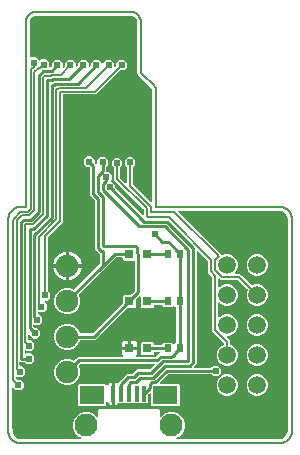
<source format=gtl>
G04 EAGLE Gerber RS-274X export*
G75*
%MOMM*%
%FSLAX34Y34*%
%LPD*%
%AMOC8*
5,1,8,0,0,1.08239X$1,22.5*%
G01*
%ADD10C,0.152400*%
%ADD11C,0.203200*%
%ADD12C,1.508000*%
%ADD13C,1.950000*%
%ADD14R,0.400000X1.350000*%
%ADD15R,2.100000X1.600000*%
%ADD16R,0.800000X0.800000*%
%ADD17R,0.600000X0.700000*%
%ADD18C,1.900000*%
%ADD19C,0.609600*%
%ADD20C,0.254000*%
%ADD21C,0.200000*%

G36*
X61056Y3318D02*
X61056Y3318D01*
X61153Y3328D01*
X61177Y3338D01*
X61203Y3342D01*
X61289Y3388D01*
X61378Y3428D01*
X61398Y3445D01*
X61421Y3458D01*
X61488Y3528D01*
X61559Y3594D01*
X61572Y3617D01*
X61590Y3636D01*
X61631Y3724D01*
X61678Y3810D01*
X61683Y3835D01*
X61694Y3859D01*
X61704Y3956D01*
X61722Y4052D01*
X61718Y4078D01*
X61721Y4103D01*
X61700Y4199D01*
X61686Y4295D01*
X61674Y4318D01*
X61668Y4344D01*
X61618Y4427D01*
X61574Y4514D01*
X61556Y4533D01*
X61542Y4555D01*
X61468Y4618D01*
X61399Y4686D01*
X61370Y4702D01*
X61355Y4715D01*
X61325Y4727D01*
X61252Y4767D01*
X59623Y5442D01*
X56452Y8613D01*
X54735Y12757D01*
X54735Y17243D01*
X56452Y21387D01*
X59623Y24558D01*
X63767Y26275D01*
X68253Y26275D01*
X72397Y24558D01*
X74675Y22280D01*
X74733Y22238D01*
X74785Y22189D01*
X74832Y22167D01*
X74874Y22137D01*
X74943Y22116D01*
X75008Y22085D01*
X75060Y22080D01*
X75110Y22064D01*
X75181Y22066D01*
X75252Y22058D01*
X75303Y22069D01*
X75355Y22071D01*
X75423Y22095D01*
X75493Y22110D01*
X75538Y22137D01*
X75586Y22155D01*
X75642Y22200D01*
X75704Y22237D01*
X75738Y22276D01*
X75778Y22309D01*
X75817Y22369D01*
X75864Y22424D01*
X75883Y22472D01*
X75911Y22516D01*
X75929Y22585D01*
X75956Y22652D01*
X75964Y22723D01*
X75972Y22754D01*
X75970Y22777D01*
X75974Y22818D01*
X75974Y27963D01*
X76347Y28336D01*
X127673Y28336D01*
X128046Y27963D01*
X128046Y22818D01*
X128057Y22748D01*
X128059Y22676D01*
X128077Y22627D01*
X128085Y22576D01*
X128119Y22512D01*
X128144Y22445D01*
X128176Y22404D01*
X128201Y22358D01*
X128253Y22309D01*
X128297Y22253D01*
X128341Y22225D01*
X128379Y22189D01*
X128444Y22159D01*
X128504Y22120D01*
X128555Y22107D01*
X128602Y22085D01*
X128673Y22077D01*
X128743Y22060D01*
X128795Y22064D01*
X128846Y22058D01*
X128917Y22073D01*
X128988Y22079D01*
X129036Y22099D01*
X129087Y22110D01*
X129148Y22147D01*
X129214Y22175D01*
X129270Y22220D01*
X129298Y22237D01*
X129313Y22254D01*
X129345Y22280D01*
X131623Y24558D01*
X135767Y26275D01*
X140253Y26275D01*
X144397Y24558D01*
X147568Y21387D01*
X149285Y17243D01*
X149285Y12757D01*
X147568Y8613D01*
X144397Y5442D01*
X142768Y4767D01*
X142685Y4716D01*
X142599Y4670D01*
X142582Y4652D01*
X142559Y4638D01*
X142497Y4562D01*
X142430Y4492D01*
X142419Y4468D01*
X142402Y4448D01*
X142368Y4357D01*
X142326Y4269D01*
X142324Y4243D01*
X142314Y4219D01*
X142310Y4121D01*
X142299Y4025D01*
X142305Y3999D01*
X142304Y3973D01*
X142331Y3879D01*
X142352Y3784D01*
X142365Y3762D01*
X142372Y3737D01*
X142428Y3657D01*
X142478Y3573D01*
X142498Y3556D01*
X142513Y3535D01*
X142591Y3476D01*
X142665Y3413D01*
X142689Y3403D01*
X142710Y3388D01*
X142802Y3358D01*
X142893Y3321D01*
X142925Y3318D01*
X142944Y3312D01*
X142977Y3312D01*
X143060Y3303D01*
X227957Y3303D01*
X228048Y3317D01*
X228138Y3325D01*
X228168Y3337D01*
X228200Y3342D01*
X228281Y3385D01*
X228365Y3421D01*
X228397Y3447D01*
X228418Y3458D01*
X228440Y3481D01*
X228496Y3526D01*
X228527Y3557D01*
X230000Y3557D01*
X230026Y3561D01*
X230075Y3560D01*
X231183Y3670D01*
X231210Y3677D01*
X231239Y3677D01*
X231400Y3724D01*
X233448Y4572D01*
X233504Y4607D01*
X233564Y4632D01*
X233629Y4684D01*
X233657Y4702D01*
X233670Y4717D01*
X233695Y4737D01*
X235263Y6305D01*
X235301Y6358D01*
X235347Y6405D01*
X235387Y6478D01*
X235406Y6505D01*
X235412Y6523D01*
X235428Y6552D01*
X236276Y8600D01*
X236283Y8628D01*
X236296Y8653D01*
X236330Y8817D01*
X236440Y9925D01*
X236438Y9952D01*
X236443Y10000D01*
X236443Y11473D01*
X236474Y11504D01*
X236527Y11578D01*
X236587Y11648D01*
X236599Y11678D01*
X236618Y11704D01*
X236645Y11791D01*
X236679Y11876D01*
X236683Y11917D01*
X236690Y11939D01*
X236689Y11971D01*
X236697Y12043D01*
X236697Y187957D01*
X236683Y188048D01*
X236675Y188138D01*
X236663Y188168D01*
X236658Y188200D01*
X236615Y188281D01*
X236579Y188365D01*
X236553Y188397D01*
X236542Y188418D01*
X236519Y188440D01*
X236474Y188496D01*
X236443Y188527D01*
X236443Y190000D01*
X236439Y190026D01*
X236440Y190075D01*
X236330Y191183D01*
X236323Y191210D01*
X236323Y191239D01*
X236276Y191400D01*
X235428Y193448D01*
X235393Y193504D01*
X235368Y193564D01*
X235316Y193629D01*
X235298Y193657D01*
X235283Y193670D01*
X235263Y193695D01*
X233695Y195263D01*
X233642Y195301D01*
X233595Y195347D01*
X233522Y195387D01*
X233495Y195406D01*
X233477Y195412D01*
X233448Y195428D01*
X231400Y196276D01*
X231372Y196283D01*
X231347Y196296D01*
X231183Y196330D01*
X230075Y196440D01*
X230048Y196438D01*
X230000Y196443D01*
X228527Y196443D01*
X228496Y196474D01*
X228422Y196527D01*
X228352Y196587D01*
X228322Y196599D01*
X228296Y196618D01*
X228209Y196645D01*
X228124Y196679D01*
X228083Y196683D01*
X228061Y196690D01*
X228029Y196689D01*
X227957Y196697D01*
X144811Y196697D01*
X144740Y196686D01*
X144669Y196684D01*
X144620Y196666D01*
X144568Y196658D01*
X144505Y196624D01*
X144438Y196599D01*
X144397Y196567D01*
X144351Y196542D01*
X144302Y196491D01*
X144246Y196446D01*
X144217Y196402D01*
X144182Y196364D01*
X144151Y196299D01*
X144113Y196239D01*
X144100Y196188D01*
X144078Y196141D01*
X144070Y196070D01*
X144053Y196000D01*
X144057Y195948D01*
X144051Y195897D01*
X144066Y195826D01*
X144072Y195755D01*
X144092Y195707D01*
X144103Y195656D01*
X144140Y195595D01*
X144168Y195529D01*
X144213Y195473D01*
X144229Y195445D01*
X144247Y195430D01*
X144273Y195398D01*
X180527Y159143D01*
X180621Y159076D01*
X180716Y159005D01*
X180722Y159003D01*
X180727Y159000D01*
X180838Y158966D01*
X180950Y158929D01*
X180956Y158929D01*
X180962Y158927D01*
X181079Y158930D01*
X181196Y158932D01*
X181203Y158934D01*
X181208Y158934D01*
X181225Y158940D01*
X181357Y158978D01*
X183497Y159865D01*
X187103Y159865D01*
X190435Y158485D01*
X192985Y155935D01*
X194365Y152603D01*
X194365Y148997D01*
X192985Y145665D01*
X191880Y144560D01*
X191838Y144502D01*
X191789Y144450D01*
X191767Y144403D01*
X191736Y144361D01*
X191715Y144292D01*
X191685Y144227D01*
X191679Y144175D01*
X191664Y144125D01*
X191666Y144054D01*
X191658Y143983D01*
X191669Y143932D01*
X191670Y143880D01*
X191695Y143812D01*
X191710Y143742D01*
X191737Y143697D01*
X191755Y143649D01*
X191800Y143593D01*
X191836Y143531D01*
X191876Y143497D01*
X191908Y143457D01*
X191969Y143418D01*
X192023Y143371D01*
X192071Y143352D01*
X192115Y143324D01*
X192185Y143306D01*
X192251Y143279D01*
X192323Y143271D01*
X192354Y143263D01*
X192377Y143265D01*
X192418Y143261D01*
X196410Y143261D01*
X198112Y141559D01*
X205927Y133743D01*
X206022Y133675D01*
X206116Y133605D01*
X206122Y133603D01*
X206127Y133600D01*
X206238Y133566D01*
X206350Y133529D01*
X206356Y133529D01*
X206362Y133527D01*
X206479Y133530D01*
X206596Y133532D01*
X206603Y133534D01*
X206608Y133534D01*
X206625Y133540D01*
X206757Y133578D01*
X208897Y134465D01*
X212503Y134465D01*
X215835Y133085D01*
X218385Y130535D01*
X219765Y127203D01*
X219765Y123597D01*
X218385Y120265D01*
X215835Y117715D01*
X212503Y116335D01*
X208897Y116335D01*
X205565Y117715D01*
X203015Y120265D01*
X201635Y123597D01*
X201635Y127203D01*
X202522Y129343D01*
X202548Y129457D01*
X202577Y129570D01*
X202576Y129577D01*
X202578Y129583D01*
X202567Y129699D01*
X202558Y129816D01*
X202555Y129821D01*
X202555Y129828D01*
X202507Y129935D01*
X202462Y130042D01*
X202457Y130048D01*
X202455Y130052D01*
X202442Y130066D01*
X202357Y130173D01*
X194541Y137988D01*
X194467Y138041D01*
X194398Y138101D01*
X194368Y138113D01*
X194341Y138132D01*
X194254Y138159D01*
X194170Y138193D01*
X194129Y138197D01*
X194106Y138204D01*
X194074Y138203D01*
X194003Y138211D01*
X180086Y138211D01*
X179060Y139237D01*
X179002Y139278D01*
X178950Y139328D01*
X178903Y139350D01*
X178861Y139380D01*
X178792Y139401D01*
X178727Y139431D01*
X178675Y139437D01*
X178625Y139452D01*
X178554Y139451D01*
X178483Y139458D01*
X178432Y139447D01*
X178380Y139446D01*
X178312Y139421D01*
X178242Y139406D01*
X178197Y139380D01*
X178149Y139362D01*
X178093Y139317D01*
X178031Y139280D01*
X177997Y139240D01*
X177957Y139208D01*
X177918Y139148D01*
X177871Y139093D01*
X177852Y139045D01*
X177824Y139001D01*
X177806Y138932D01*
X177779Y138865D01*
X177771Y138794D01*
X177763Y138763D01*
X177765Y138739D01*
X177761Y138698D01*
X177761Y132518D01*
X177772Y132447D01*
X177774Y132376D01*
X177792Y132327D01*
X177800Y132275D01*
X177834Y132212D01*
X177859Y132145D01*
X177891Y132104D01*
X177916Y132058D01*
X177968Y132009D01*
X178012Y131953D01*
X178056Y131924D01*
X178094Y131889D01*
X178159Y131858D01*
X178219Y131820D01*
X178270Y131807D01*
X178317Y131785D01*
X178388Y131777D01*
X178458Y131759D01*
X178510Y131764D01*
X178561Y131758D01*
X178632Y131773D01*
X178703Y131779D01*
X178751Y131799D01*
X178802Y131810D01*
X178863Y131847D01*
X178929Y131875D01*
X178985Y131920D01*
X179013Y131936D01*
X179028Y131954D01*
X179060Y131980D01*
X180165Y133085D01*
X183497Y134465D01*
X187103Y134465D01*
X190435Y133085D01*
X192985Y130535D01*
X194365Y127203D01*
X194365Y123597D01*
X192985Y120265D01*
X190435Y117715D01*
X187103Y116335D01*
X183497Y116335D01*
X180165Y117715D01*
X179060Y118820D01*
X179002Y118862D01*
X178950Y118911D01*
X178903Y118933D01*
X178861Y118964D01*
X178792Y118985D01*
X178727Y119015D01*
X178675Y119021D01*
X178625Y119036D01*
X178554Y119034D01*
X178483Y119042D01*
X178432Y119031D01*
X178380Y119030D01*
X178312Y119005D01*
X178242Y118990D01*
X178197Y118963D01*
X178149Y118945D01*
X178093Y118900D01*
X178031Y118864D01*
X177997Y118824D01*
X177957Y118792D01*
X177918Y118731D01*
X177871Y118677D01*
X177852Y118629D01*
X177824Y118585D01*
X177806Y118515D01*
X177779Y118449D01*
X177771Y118377D01*
X177763Y118346D01*
X177765Y118323D01*
X177761Y118282D01*
X177761Y107118D01*
X177772Y107047D01*
X177774Y106976D01*
X177792Y106927D01*
X177800Y106875D01*
X177834Y106812D01*
X177859Y106745D01*
X177891Y106704D01*
X177916Y106658D01*
X177968Y106609D01*
X178012Y106553D01*
X178056Y106524D01*
X178094Y106489D01*
X178159Y106458D01*
X178219Y106420D01*
X178270Y106407D01*
X178317Y106385D01*
X178388Y106377D01*
X178458Y106359D01*
X178510Y106364D01*
X178561Y106358D01*
X178632Y106373D01*
X178703Y106379D01*
X178751Y106399D01*
X178802Y106410D01*
X178863Y106447D01*
X178929Y106475D01*
X178985Y106520D01*
X179013Y106536D01*
X179028Y106554D01*
X179060Y106580D01*
X180165Y107685D01*
X183497Y109065D01*
X187103Y109065D01*
X190435Y107685D01*
X192985Y105135D01*
X194365Y101803D01*
X194365Y98197D01*
X192985Y94865D01*
X190435Y92315D01*
X187103Y90935D01*
X185540Y90935D01*
X185470Y90924D01*
X185398Y90922D01*
X185349Y90904D01*
X185298Y90896D01*
X185234Y90862D01*
X185167Y90837D01*
X185126Y90805D01*
X185080Y90780D01*
X185031Y90728D01*
X184975Y90684D01*
X184947Y90640D01*
X184911Y90602D01*
X184881Y90537D01*
X184842Y90477D01*
X184829Y90426D01*
X184807Y90379D01*
X184799Y90308D01*
X184782Y90238D01*
X184786Y90186D01*
X184780Y90135D01*
X184795Y90064D01*
X184801Y89993D01*
X184821Y89945D01*
X184832Y89894D01*
X184869Y89833D01*
X184897Y89767D01*
X184942Y89711D01*
X184959Y89683D01*
X184976Y89668D01*
X185002Y89636D01*
X187825Y86813D01*
X187825Y83874D01*
X187844Y83760D01*
X187861Y83644D01*
X187863Y83638D01*
X187864Y83632D01*
X187919Y83529D01*
X187972Y83424D01*
X187977Y83420D01*
X187980Y83414D01*
X188064Y83335D01*
X188148Y83252D01*
X188154Y83248D01*
X188158Y83245D01*
X188175Y83237D01*
X188295Y83171D01*
X190435Y82285D01*
X192985Y79735D01*
X194365Y76403D01*
X194365Y72797D01*
X192985Y69465D01*
X190435Y66915D01*
X187103Y65535D01*
X183497Y65535D01*
X180165Y66915D01*
X177615Y69465D01*
X176235Y72797D01*
X176235Y76403D01*
X177615Y79735D01*
X180165Y82285D01*
X182305Y83171D01*
X182405Y83233D01*
X182505Y83293D01*
X182509Y83297D01*
X182514Y83301D01*
X182589Y83390D01*
X182665Y83480D01*
X182667Y83485D01*
X182671Y83490D01*
X182713Y83598D01*
X182757Y83708D01*
X182758Y83715D01*
X182759Y83720D01*
X182760Y83738D01*
X182775Y83874D01*
X182775Y84406D01*
X182761Y84496D01*
X182753Y84587D01*
X182741Y84617D01*
X182736Y84649D01*
X182693Y84730D01*
X182657Y84814D01*
X182631Y84846D01*
X182620Y84866D01*
X182597Y84889D01*
X182552Y84944D01*
X172711Y94786D01*
X172711Y140286D01*
X172697Y140377D01*
X172689Y140467D01*
X172677Y140497D01*
X172672Y140529D01*
X172629Y140610D01*
X172593Y140694D01*
X172567Y140726D01*
X172556Y140747D01*
X172533Y140769D01*
X172488Y140825D01*
X169187Y144126D01*
X169187Y153810D01*
X169173Y153900D01*
X169165Y153991D01*
X169153Y154021D01*
X169148Y154053D01*
X169105Y154133D01*
X169069Y154217D01*
X169043Y154249D01*
X169032Y154270D01*
X169009Y154292D01*
X168964Y154348D01*
X160658Y162654D01*
X160600Y162696D01*
X160548Y162745D01*
X160501Y162767D01*
X160459Y162798D01*
X160390Y162819D01*
X160325Y162849D01*
X160273Y162855D01*
X160223Y162870D01*
X160152Y162868D01*
X160081Y162876D01*
X160030Y162865D01*
X159978Y162864D01*
X159910Y162839D01*
X159840Y162824D01*
X159795Y162797D01*
X159747Y162779D01*
X159691Y162734D01*
X159629Y162698D01*
X159595Y162658D01*
X159555Y162626D01*
X159516Y162565D01*
X159469Y162511D01*
X159450Y162462D01*
X159422Y162419D01*
X159404Y162349D01*
X159377Y162283D01*
X159369Y162211D01*
X159361Y162180D01*
X159363Y162157D01*
X159359Y162116D01*
X159359Y67081D01*
X157372Y65094D01*
X157330Y65036D01*
X157281Y64984D01*
X157259Y64937D01*
X157228Y64895D01*
X157207Y64826D01*
X157177Y64761D01*
X157171Y64709D01*
X157156Y64659D01*
X157158Y64588D01*
X157150Y64517D01*
X157161Y64466D01*
X157162Y64414D01*
X157187Y64346D01*
X157202Y64276D01*
X157229Y64231D01*
X157247Y64183D01*
X157292Y64127D01*
X157328Y64065D01*
X157368Y64031D01*
X157401Y63991D01*
X157461Y63952D01*
X157515Y63905D01*
X157564Y63886D01*
X157608Y63858D01*
X157677Y63840D01*
X157744Y63813D01*
X157815Y63805D01*
X157846Y63797D01*
X157869Y63799D01*
X157910Y63795D01*
X171513Y63795D01*
X171603Y63809D01*
X171694Y63817D01*
X171723Y63829D01*
X171755Y63834D01*
X171836Y63877D01*
X171920Y63913D01*
X171952Y63939D01*
X171973Y63950D01*
X171995Y63973D01*
X172051Y64018D01*
X173606Y65573D01*
X177394Y65573D01*
X180073Y62894D01*
X180073Y59106D01*
X177394Y56427D01*
X173606Y56427D01*
X172051Y57982D01*
X171977Y58035D01*
X171907Y58095D01*
X171877Y58107D01*
X171851Y58126D01*
X171764Y58153D01*
X171679Y58187D01*
X171638Y58191D01*
X171616Y58198D01*
X171584Y58197D01*
X171513Y58205D01*
X135733Y58205D01*
X135643Y58191D01*
X135552Y58183D01*
X135522Y58171D01*
X135490Y58166D01*
X135410Y58123D01*
X135326Y58087D01*
X135294Y58061D01*
X135273Y58050D01*
X135251Y58027D01*
X135195Y57982D01*
X128537Y51324D01*
X128495Y51266D01*
X128445Y51214D01*
X128423Y51167D01*
X128393Y51125D01*
X128372Y51056D01*
X128342Y50991D01*
X128336Y50939D01*
X128321Y50889D01*
X128323Y50818D01*
X128315Y50747D01*
X128326Y50696D01*
X128327Y50644D01*
X128352Y50576D01*
X128367Y50506D01*
X128394Y50461D01*
X128412Y50413D01*
X128456Y50357D01*
X128493Y50295D01*
X128533Y50261D01*
X128565Y50221D01*
X128626Y50182D01*
X128680Y50135D01*
X128728Y50116D01*
X128772Y50088D01*
X128842Y50070D01*
X128908Y50043D01*
X128980Y50035D01*
X129011Y50027D01*
X129034Y50029D01*
X129075Y50025D01*
X144142Y50025D01*
X145035Y49132D01*
X145035Y31868D01*
X144142Y30975D01*
X121878Y30975D01*
X120985Y31868D01*
X120985Y41935D01*
X120974Y42006D01*
X120972Y42078D01*
X120954Y42127D01*
X120946Y42178D01*
X120912Y42241D01*
X120887Y42309D01*
X120855Y42349D01*
X120830Y42395D01*
X120778Y42445D01*
X120734Y42501D01*
X120690Y42529D01*
X120652Y42565D01*
X120587Y42595D01*
X120527Y42634D01*
X120476Y42646D01*
X120429Y42668D01*
X120358Y42676D01*
X120288Y42694D01*
X120236Y42690D01*
X120185Y42695D01*
X120114Y42680D01*
X120043Y42675D01*
X119995Y42654D01*
X119944Y42643D01*
X119883Y42606D01*
X119817Y42578D01*
X119761Y42533D01*
X119733Y42517D01*
X119718Y42499D01*
X119686Y42473D01*
X118758Y41545D01*
X118705Y41471D01*
X118645Y41402D01*
X118633Y41372D01*
X118614Y41346D01*
X118587Y41258D01*
X118553Y41174D01*
X118549Y41133D01*
X118542Y41110D01*
X118543Y41078D01*
X118535Y41007D01*
X118535Y34368D01*
X117642Y33475D01*
X112378Y33475D01*
X112298Y33555D01*
X112282Y33567D01*
X112270Y33583D01*
X112192Y33633D01*
X112181Y33642D01*
X112173Y33645D01*
X112099Y33699D01*
X112080Y33705D01*
X112063Y33716D01*
X111962Y33741D01*
X111863Y33771D01*
X111843Y33771D01*
X111824Y33776D01*
X111721Y33768D01*
X111618Y33765D01*
X111599Y33758D01*
X111579Y33757D01*
X111484Y33716D01*
X111387Y33681D01*
X111371Y33668D01*
X111353Y33660D01*
X111276Y33599D01*
X111274Y33598D01*
X111272Y33596D01*
X111222Y33555D01*
X111142Y33475D01*
X105878Y33475D01*
X105798Y33555D01*
X105782Y33567D01*
X105770Y33583D01*
X105692Y33633D01*
X105681Y33642D01*
X105673Y33645D01*
X105599Y33699D01*
X105580Y33705D01*
X105563Y33716D01*
X105462Y33741D01*
X105363Y33771D01*
X105343Y33771D01*
X105324Y33776D01*
X105221Y33768D01*
X105118Y33765D01*
X105099Y33758D01*
X105079Y33757D01*
X104984Y33716D01*
X104887Y33681D01*
X104871Y33668D01*
X104853Y33660D01*
X104776Y33599D01*
X104774Y33598D01*
X104772Y33596D01*
X104722Y33555D01*
X104642Y33475D01*
X99378Y33475D01*
X99298Y33555D01*
X99282Y33567D01*
X99270Y33583D01*
X99192Y33633D01*
X99181Y33642D01*
X99173Y33645D01*
X99099Y33699D01*
X99080Y33705D01*
X99063Y33716D01*
X98962Y33741D01*
X98863Y33771D01*
X98843Y33771D01*
X98824Y33776D01*
X98721Y33768D01*
X98618Y33765D01*
X98599Y33758D01*
X98579Y33757D01*
X98484Y33716D01*
X98387Y33681D01*
X98371Y33668D01*
X98353Y33660D01*
X98276Y33599D01*
X98274Y33598D01*
X98272Y33596D01*
X98222Y33555D01*
X98142Y33475D01*
X93394Y33475D01*
X93304Y33461D01*
X93213Y33453D01*
X93183Y33441D01*
X93151Y33436D01*
X93070Y33393D01*
X92986Y33357D01*
X92954Y33331D01*
X92934Y33320D01*
X92911Y33297D01*
X92855Y33252D01*
X92570Y32967D01*
X91991Y32632D01*
X91344Y32459D01*
X90009Y32459D01*
X90009Y41512D01*
X90006Y41531D01*
X90008Y41551D01*
X89986Y41653D01*
X89970Y41755D01*
X89969Y41756D01*
X89981Y41783D01*
X89983Y41803D01*
X89991Y41821D01*
X90009Y41988D01*
X90009Y51041D01*
X91344Y51041D01*
X91909Y50889D01*
X91976Y50883D01*
X92042Y50866D01*
X92098Y50871D01*
X92154Y50865D01*
X92220Y50880D01*
X92287Y50885D01*
X92339Y50907D01*
X92393Y50920D01*
X92451Y50955D01*
X92513Y50982D01*
X92575Y51031D01*
X92603Y51048D01*
X92617Y51064D01*
X92644Y51087D01*
X100288Y58731D01*
X105210Y58731D01*
X105301Y58745D01*
X105391Y58753D01*
X105421Y58765D01*
X105453Y58770D01*
X105534Y58813D01*
X105618Y58849D01*
X105650Y58875D01*
X105671Y58886D01*
X105693Y58909D01*
X105749Y58954D01*
X107152Y60357D01*
X109012Y62217D01*
X119714Y62217D01*
X119804Y62231D01*
X119895Y62239D01*
X119925Y62251D01*
X119957Y62256D01*
X120038Y62299D01*
X120122Y62335D01*
X120154Y62361D01*
X120174Y62372D01*
X120197Y62395D01*
X120253Y62440D01*
X123719Y65906D01*
X123760Y65964D01*
X123810Y66016D01*
X123832Y66063D01*
X123862Y66105D01*
X123883Y66174D01*
X123913Y66239D01*
X123919Y66291D01*
X123935Y66341D01*
X123933Y66412D01*
X123941Y66483D01*
X123930Y66534D01*
X123928Y66586D01*
X123904Y66654D01*
X123888Y66724D01*
X123862Y66769D01*
X123844Y66817D01*
X123799Y66873D01*
X123762Y66935D01*
X123723Y66969D01*
X123690Y67009D01*
X123630Y67048D01*
X123575Y67095D01*
X123527Y67114D01*
X123483Y67142D01*
X123414Y67160D01*
X123347Y67187D01*
X123276Y67195D01*
X123245Y67203D01*
X123221Y67201D01*
X123180Y67205D01*
X61473Y67205D01*
X61383Y67191D01*
X61292Y67183D01*
X61262Y67171D01*
X61230Y67166D01*
X61149Y67123D01*
X61066Y67087D01*
X61033Y67061D01*
X61013Y67050D01*
X60991Y67027D01*
X60935Y66982D01*
X59955Y66003D01*
X59887Y65908D01*
X59817Y65814D01*
X59815Y65808D01*
X59812Y65803D01*
X59778Y65692D01*
X59741Y65580D01*
X59741Y65574D01*
X59739Y65568D01*
X59742Y65451D01*
X59743Y65334D01*
X59746Y65327D01*
X59746Y65322D01*
X59752Y65305D01*
X59790Y65173D01*
X61025Y62193D01*
X61025Y57807D01*
X59346Y53755D01*
X56245Y50654D01*
X52193Y48975D01*
X47807Y48975D01*
X43755Y50654D01*
X40654Y53755D01*
X38975Y57807D01*
X38975Y62193D01*
X40654Y66245D01*
X43755Y69346D01*
X47807Y71025D01*
X52193Y71025D01*
X55173Y69790D01*
X55287Y69764D01*
X55400Y69735D01*
X55407Y69735D01*
X55413Y69734D01*
X55529Y69745D01*
X55646Y69754D01*
X55651Y69757D01*
X55658Y69757D01*
X55765Y69805D01*
X55872Y69850D01*
X55878Y69855D01*
X55882Y69857D01*
X55896Y69870D01*
X56003Y69955D01*
X56982Y70935D01*
X58842Y72795D01*
X96274Y72795D01*
X96345Y72806D01*
X96417Y72808D01*
X96466Y72826D01*
X96517Y72834D01*
X96580Y72868D01*
X96648Y72893D01*
X96688Y72925D01*
X96734Y72950D01*
X96784Y73001D01*
X96840Y73046D01*
X96868Y73090D01*
X96904Y73128D01*
X96934Y73193D01*
X96973Y73253D01*
X96986Y73304D01*
X97007Y73351D01*
X97015Y73422D01*
X97033Y73492D01*
X97029Y73544D01*
X97035Y73595D01*
X97019Y73666D01*
X97014Y73737D01*
X96993Y73785D01*
X96982Y73836D01*
X96945Y73897D01*
X96917Y73963D01*
X96873Y74019D01*
X96856Y74047D01*
X96838Y74062D01*
X96813Y74094D01*
X96467Y74440D01*
X96132Y75019D01*
X95959Y75666D01*
X95959Y78477D01*
X101738Y78477D01*
X101758Y78480D01*
X101777Y78478D01*
X101879Y78500D01*
X101981Y78517D01*
X101998Y78526D01*
X102018Y78530D01*
X102107Y78583D01*
X102198Y78632D01*
X102212Y78646D01*
X102229Y78656D01*
X102296Y78735D01*
X102367Y78810D01*
X102376Y78828D01*
X102389Y78843D01*
X102428Y78939D01*
X102471Y79033D01*
X102473Y79053D01*
X102481Y79071D01*
X102499Y79238D01*
X102499Y80001D01*
X102501Y80001D01*
X102501Y79238D01*
X102504Y79218D01*
X102502Y79199D01*
X102524Y79097D01*
X102541Y78995D01*
X102550Y78978D01*
X102554Y78958D01*
X102607Y78869D01*
X102656Y78778D01*
X102670Y78764D01*
X102680Y78747D01*
X102759Y78680D01*
X102834Y78609D01*
X102852Y78600D01*
X102867Y78587D01*
X102963Y78548D01*
X103057Y78505D01*
X103077Y78503D01*
X103095Y78495D01*
X103262Y78477D01*
X109041Y78477D01*
X109041Y75666D01*
X108868Y75019D01*
X108533Y74440D01*
X108187Y74094D01*
X108146Y74036D01*
X108096Y73984D01*
X108074Y73937D01*
X108044Y73895D01*
X108023Y73826D01*
X107993Y73761D01*
X107987Y73709D01*
X107971Y73659D01*
X107973Y73588D01*
X107965Y73517D01*
X107977Y73466D01*
X107978Y73414D01*
X108002Y73346D01*
X108018Y73276D01*
X108044Y73231D01*
X108062Y73183D01*
X108107Y73127D01*
X108144Y73065D01*
X108183Y73031D01*
X108216Y72991D01*
X108276Y72952D01*
X108331Y72905D01*
X108379Y72886D01*
X108423Y72858D01*
X108492Y72840D01*
X108559Y72813D01*
X108630Y72805D01*
X108661Y72797D01*
X108685Y72799D01*
X108726Y72795D01*
X124545Y72795D01*
X124635Y72809D01*
X124726Y72817D01*
X124756Y72829D01*
X124788Y72834D01*
X124868Y72877D01*
X124952Y72913D01*
X124984Y72939D01*
X125005Y72950D01*
X125027Y72973D01*
X125083Y73018D01*
X126192Y74127D01*
X127971Y75906D01*
X128013Y75964D01*
X128062Y76016D01*
X128084Y76063D01*
X128115Y76105D01*
X128136Y76174D01*
X128166Y76239D01*
X128172Y76291D01*
X128187Y76341D01*
X128185Y76412D01*
X128193Y76483D01*
X128182Y76534D01*
X128181Y76586D01*
X128156Y76654D01*
X128141Y76724D01*
X128114Y76769D01*
X128096Y76817D01*
X128051Y76873D01*
X128015Y76935D01*
X127975Y76969D01*
X127943Y77009D01*
X127882Y77048D01*
X127828Y77095D01*
X127780Y77114D01*
X127736Y77142D01*
X127666Y77160D01*
X127600Y77187D01*
X127528Y77195D01*
X127497Y77203D01*
X127474Y77201D01*
X127433Y77205D01*
X123786Y77205D01*
X123766Y77202D01*
X123747Y77204D01*
X123645Y77182D01*
X123543Y77166D01*
X123526Y77156D01*
X123506Y77152D01*
X123417Y77099D01*
X123326Y77050D01*
X123312Y77036D01*
X123295Y77026D01*
X123228Y76947D01*
X123156Y76872D01*
X123148Y76854D01*
X123135Y76839D01*
X123096Y76743D01*
X123053Y76649D01*
X123051Y76629D01*
X123043Y76611D01*
X123025Y76444D01*
X123025Y75368D01*
X122132Y74475D01*
X112868Y74475D01*
X111975Y75368D01*
X111975Y84632D01*
X112868Y85525D01*
X122132Y85525D01*
X123025Y84632D01*
X123025Y83556D01*
X123028Y83536D01*
X123026Y83517D01*
X123048Y83415D01*
X123064Y83313D01*
X123074Y83296D01*
X123078Y83276D01*
X123131Y83187D01*
X123180Y83096D01*
X123194Y83082D01*
X123204Y83065D01*
X123283Y82998D01*
X123358Y82926D01*
X123376Y82918D01*
X123391Y82905D01*
X123487Y82866D01*
X123581Y82823D01*
X123601Y82821D01*
X123619Y82813D01*
X123786Y82795D01*
X129714Y82795D01*
X129734Y82798D01*
X129753Y82796D01*
X129855Y82818D01*
X129957Y82834D01*
X129974Y82844D01*
X129994Y82848D01*
X130083Y82901D01*
X130174Y82950D01*
X130188Y82964D01*
X130205Y82974D01*
X130272Y83053D01*
X130344Y83128D01*
X130352Y83146D01*
X130365Y83161D01*
X130404Y83257D01*
X130447Y83351D01*
X130449Y83371D01*
X130457Y83389D01*
X130475Y83556D01*
X130475Y84132D01*
X131368Y85025D01*
X138632Y85025D01*
X139462Y84195D01*
X139478Y84183D01*
X139490Y84167D01*
X139567Y84118D01*
X139582Y84106D01*
X139591Y84102D01*
X139661Y84051D01*
X139680Y84045D01*
X139697Y84034D01*
X139798Y84009D01*
X139897Y83979D01*
X139916Y83979D01*
X139936Y83974D01*
X140039Y83982D01*
X140142Y83985D01*
X140161Y83992D01*
X140181Y83993D01*
X140276Y84034D01*
X140373Y84069D01*
X140389Y84082D01*
X140407Y84090D01*
X140480Y84148D01*
X140484Y84150D01*
X140487Y84154D01*
X140538Y84195D01*
X141368Y85025D01*
X141444Y85025D01*
X141464Y85028D01*
X141483Y85026D01*
X141585Y85048D01*
X141687Y85064D01*
X141704Y85074D01*
X141724Y85078D01*
X141813Y85131D01*
X141904Y85180D01*
X141918Y85194D01*
X141935Y85204D01*
X142002Y85283D01*
X142074Y85358D01*
X142082Y85376D01*
X142095Y85391D01*
X142134Y85487D01*
X142177Y85581D01*
X142179Y85601D01*
X142187Y85619D01*
X142205Y85786D01*
X142205Y114214D01*
X142202Y114234D01*
X142204Y114253D01*
X142182Y114355D01*
X142166Y114457D01*
X142156Y114474D01*
X142152Y114494D01*
X142099Y114583D01*
X142050Y114674D01*
X142036Y114688D01*
X142026Y114705D01*
X141947Y114772D01*
X141872Y114844D01*
X141854Y114852D01*
X141839Y114865D01*
X141743Y114904D01*
X141649Y114947D01*
X141629Y114949D01*
X141611Y114957D01*
X141444Y114975D01*
X141368Y114975D01*
X140538Y115805D01*
X140522Y115817D01*
X140510Y115833D01*
X140422Y115889D01*
X140339Y115949D01*
X140320Y115955D01*
X140303Y115966D01*
X140202Y115991D01*
X140103Y116021D01*
X140084Y116021D01*
X140064Y116026D01*
X139961Y116018D01*
X139858Y116015D01*
X139839Y116008D01*
X139819Y116007D01*
X139724Y115966D01*
X139627Y115931D01*
X139611Y115918D01*
X139593Y115910D01*
X139462Y115805D01*
X138632Y114975D01*
X131368Y114975D01*
X130475Y115868D01*
X130475Y116444D01*
X130472Y116464D01*
X130474Y116483D01*
X130452Y116585D01*
X130436Y116687D01*
X130426Y116704D01*
X130422Y116724D01*
X130369Y116813D01*
X130320Y116904D01*
X130306Y116918D01*
X130296Y116935D01*
X130217Y117002D01*
X130142Y117074D01*
X130124Y117082D01*
X130109Y117095D01*
X130013Y117134D01*
X129919Y117177D01*
X129899Y117179D01*
X129881Y117187D01*
X129714Y117205D01*
X123786Y117205D01*
X123766Y117202D01*
X123747Y117204D01*
X123645Y117182D01*
X123543Y117166D01*
X123526Y117156D01*
X123506Y117152D01*
X123417Y117099D01*
X123326Y117050D01*
X123312Y117036D01*
X123295Y117026D01*
X123228Y116947D01*
X123156Y116872D01*
X123148Y116854D01*
X123135Y116839D01*
X123096Y116743D01*
X123053Y116649D01*
X123051Y116629D01*
X123043Y116611D01*
X123025Y116444D01*
X123025Y115368D01*
X122132Y114475D01*
X112868Y114475D01*
X111975Y115368D01*
X111975Y123685D01*
X111964Y123756D01*
X111962Y123828D01*
X111944Y123877D01*
X111936Y123928D01*
X111902Y123991D01*
X111877Y124059D01*
X111845Y124099D01*
X111820Y124145D01*
X111768Y124195D01*
X111724Y124251D01*
X111680Y124279D01*
X111642Y124315D01*
X111577Y124345D01*
X111517Y124384D01*
X111466Y124396D01*
X111419Y124418D01*
X111348Y124426D01*
X111278Y124444D01*
X111226Y124440D01*
X111175Y124445D01*
X111104Y124430D01*
X111033Y124425D01*
X110985Y124404D01*
X110934Y124393D01*
X110873Y124356D01*
X110807Y124328D01*
X110751Y124283D01*
X110723Y124267D01*
X110708Y124249D01*
X110676Y124223D01*
X108248Y121795D01*
X108200Y121729D01*
X108196Y121725D01*
X108194Y121721D01*
X108135Y121652D01*
X108123Y121622D01*
X108104Y121596D01*
X108077Y121508D01*
X108043Y121424D01*
X108039Y121383D01*
X108032Y121361D01*
X108033Y121328D01*
X108025Y121257D01*
X108025Y115368D01*
X107132Y114475D01*
X101243Y114475D01*
X101153Y114461D01*
X101062Y114453D01*
X101032Y114441D01*
X101000Y114436D01*
X100920Y114393D01*
X100836Y114357D01*
X100804Y114331D01*
X100783Y114320D01*
X100761Y114297D01*
X100705Y114252D01*
X73658Y87205D01*
X61284Y87205D01*
X61169Y87186D01*
X61053Y87169D01*
X61048Y87167D01*
X61041Y87166D01*
X60939Y87111D01*
X60834Y87058D01*
X60829Y87053D01*
X60824Y87050D01*
X60744Y86966D01*
X60662Y86882D01*
X60658Y86876D01*
X60655Y86872D01*
X60647Y86855D01*
X60581Y86735D01*
X59346Y83755D01*
X56245Y80654D01*
X52193Y78975D01*
X47807Y78975D01*
X43755Y80654D01*
X40654Y83755D01*
X38975Y87807D01*
X38975Y92193D01*
X40654Y96245D01*
X43755Y99346D01*
X47807Y101025D01*
X52193Y101025D01*
X56245Y99346D01*
X59346Y96245D01*
X60581Y93265D01*
X60642Y93165D01*
X60702Y93065D01*
X60707Y93061D01*
X60710Y93056D01*
X60800Y92981D01*
X60889Y92905D01*
X60895Y92903D01*
X60900Y92899D01*
X61008Y92857D01*
X61117Y92813D01*
X61125Y92812D01*
X61130Y92811D01*
X61148Y92810D01*
X61284Y92795D01*
X71027Y92795D01*
X71117Y92809D01*
X71208Y92817D01*
X71238Y92829D01*
X71270Y92834D01*
X71350Y92877D01*
X71434Y92913D01*
X71466Y92939D01*
X71487Y92950D01*
X71509Y92973D01*
X71565Y93018D01*
X96752Y118205D01*
X96805Y118279D01*
X96865Y118348D01*
X96877Y118378D01*
X96896Y118404D01*
X96923Y118491D01*
X96957Y118576D01*
X96961Y118617D01*
X96968Y118639D01*
X96967Y118672D01*
X96975Y118743D01*
X96975Y124632D01*
X97868Y125525D01*
X103757Y125525D01*
X103847Y125539D01*
X103938Y125547D01*
X103968Y125559D01*
X104000Y125564D01*
X104080Y125607D01*
X104164Y125643D01*
X104196Y125669D01*
X104217Y125680D01*
X104239Y125703D01*
X104295Y125748D01*
X106982Y128435D01*
X107035Y128509D01*
X107095Y128578D01*
X107107Y128608D01*
X107126Y128634D01*
X107153Y128721D01*
X107187Y128806D01*
X107191Y128847D01*
X107198Y128869D01*
X107197Y128902D01*
X107205Y128973D01*
X107205Y153714D01*
X107202Y153734D01*
X107204Y153753D01*
X107182Y153855D01*
X107166Y153957D01*
X107156Y153974D01*
X107152Y153994D01*
X107099Y154083D01*
X107050Y154174D01*
X107036Y154188D01*
X107026Y154205D01*
X106947Y154272D01*
X106872Y154344D01*
X106854Y154352D01*
X106839Y154365D01*
X106743Y154404D01*
X106649Y154447D01*
X106629Y154449D01*
X106611Y154457D01*
X106444Y154475D01*
X97868Y154475D01*
X96975Y155368D01*
X96975Y156444D01*
X96972Y156464D01*
X96974Y156483D01*
X96952Y156585D01*
X96936Y156687D01*
X96926Y156704D01*
X96922Y156724D01*
X96869Y156813D01*
X96820Y156904D01*
X96806Y156918D01*
X96796Y156935D01*
X96717Y157002D01*
X96642Y157074D01*
X96624Y157082D01*
X96609Y157095D01*
X96513Y157134D01*
X96419Y157177D01*
X96399Y157179D01*
X96381Y157187D01*
X96214Y157205D01*
X91473Y157205D01*
X91383Y157191D01*
X91292Y157183D01*
X91262Y157171D01*
X91230Y157166D01*
X91150Y157123D01*
X91066Y157087D01*
X91034Y157061D01*
X91013Y157050D01*
X90991Y157027D01*
X90935Y156982D01*
X80935Y146982D01*
X59955Y126003D01*
X59887Y125908D01*
X59817Y125814D01*
X59815Y125808D01*
X59812Y125803D01*
X59778Y125692D01*
X59741Y125580D01*
X59741Y125574D01*
X59739Y125568D01*
X59742Y125451D01*
X59743Y125334D01*
X59746Y125327D01*
X59746Y125322D01*
X59752Y125305D01*
X59790Y125173D01*
X61025Y122193D01*
X61025Y117807D01*
X59346Y113755D01*
X56245Y110654D01*
X52193Y108975D01*
X47807Y108975D01*
X43755Y110654D01*
X40654Y113755D01*
X38975Y117807D01*
X38975Y122193D01*
X40654Y126245D01*
X43755Y129346D01*
X47807Y131025D01*
X52193Y131025D01*
X55173Y129790D01*
X55287Y129764D01*
X55400Y129735D01*
X55407Y129735D01*
X55413Y129734D01*
X55529Y129745D01*
X55646Y129754D01*
X55651Y129757D01*
X55658Y129757D01*
X55765Y129805D01*
X55872Y129850D01*
X55878Y129855D01*
X55882Y129857D01*
X55896Y129870D01*
X56003Y129955D01*
X76982Y150935D01*
X77035Y151009D01*
X77095Y151078D01*
X77107Y151108D01*
X77126Y151134D01*
X77153Y151221D01*
X77187Y151306D01*
X77191Y151347D01*
X77198Y151369D01*
X77197Y151402D01*
X77205Y151473D01*
X77205Y159574D01*
X77191Y159664D01*
X77183Y159755D01*
X77171Y159784D01*
X77166Y159816D01*
X77123Y159897D01*
X77087Y159981D01*
X77061Y160013D01*
X77050Y160034D01*
X77027Y160056D01*
X76982Y160112D01*
X73141Y163953D01*
X73141Y205334D01*
X73127Y205425D01*
X73119Y205515D01*
X73107Y205545D01*
X73102Y205577D01*
X73059Y205658D01*
X73023Y205742D01*
X72997Y205774D01*
X72986Y205795D01*
X72963Y205817D01*
X72918Y205873D01*
X69235Y209556D01*
X69235Y232666D01*
X69232Y232686D01*
X69234Y232705D01*
X69212Y232807D01*
X69196Y232909D01*
X69186Y232926D01*
X69182Y232946D01*
X69129Y233035D01*
X69080Y233126D01*
X69066Y233140D01*
X69056Y233157D01*
X68977Y233224D01*
X68902Y233296D01*
X68884Y233304D01*
X68869Y233317D01*
X68773Y233356D01*
X68679Y233399D01*
X68659Y233401D01*
X68641Y233409D01*
X68474Y233427D01*
X66606Y233427D01*
X63927Y236106D01*
X63927Y239894D01*
X66606Y242573D01*
X70394Y242573D01*
X73073Y239894D01*
X73073Y237695D01*
X73087Y237605D01*
X73095Y237514D01*
X73107Y237484D01*
X73112Y237452D01*
X73155Y237372D01*
X73191Y237288D01*
X73217Y237255D01*
X73228Y237235D01*
X73251Y237213D01*
X73296Y237157D01*
X74128Y236325D01*
X74186Y236283D01*
X74238Y236233D01*
X74285Y236211D01*
X74327Y236181D01*
X74396Y236160D01*
X74461Y236130D01*
X74513Y236124D01*
X74563Y236109D01*
X74634Y236111D01*
X74705Y236103D01*
X74756Y236114D01*
X74808Y236115D01*
X74876Y236140D01*
X74946Y236155D01*
X74991Y236182D01*
X75039Y236200D01*
X75095Y236244D01*
X75157Y236281D01*
X75191Y236321D01*
X75231Y236353D01*
X75270Y236414D01*
X75317Y236468D01*
X75336Y236516D01*
X75364Y236560D01*
X75382Y236630D01*
X75409Y236696D01*
X75417Y236767D01*
X75425Y236799D01*
X75423Y236822D01*
X75427Y236863D01*
X75427Y239394D01*
X78106Y242073D01*
X81894Y242073D01*
X84573Y239394D01*
X84573Y235606D01*
X83018Y234051D01*
X82965Y233977D01*
X82905Y233907D01*
X82893Y233877D01*
X82874Y233851D01*
X82847Y233764D01*
X82813Y233679D01*
X82809Y233638D01*
X82802Y233616D01*
X82803Y233584D01*
X82795Y233513D01*
X82795Y230334D01*
X82798Y230314D01*
X82796Y230295D01*
X82818Y230193D01*
X82834Y230091D01*
X82844Y230074D01*
X82848Y230054D01*
X82901Y229965D01*
X82950Y229874D01*
X82964Y229860D01*
X82974Y229843D01*
X83053Y229776D01*
X83128Y229704D01*
X83146Y229696D01*
X83161Y229683D01*
X83257Y229644D01*
X83351Y229601D01*
X83371Y229599D01*
X83389Y229591D01*
X83556Y229573D01*
X84894Y229573D01*
X87573Y226894D01*
X87573Y223106D01*
X86839Y222372D01*
X86797Y222314D01*
X86748Y222262D01*
X86726Y222215D01*
X86696Y222173D01*
X86674Y222104D01*
X86644Y222039D01*
X86639Y221987D01*
X86623Y221937D01*
X86625Y221866D01*
X86617Y221795D01*
X86628Y221744D01*
X86630Y221692D01*
X86654Y221624D01*
X86669Y221554D01*
X86696Y221509D01*
X86714Y221461D01*
X86759Y221405D01*
X86796Y221343D01*
X86835Y221309D01*
X86868Y221269D01*
X86928Y221230D01*
X86982Y221183D01*
X87031Y221164D01*
X87075Y221136D01*
X87144Y221118D01*
X87211Y221091D01*
X87282Y221083D01*
X87313Y221075D01*
X87336Y221077D01*
X87377Y221073D01*
X87894Y221073D01*
X90573Y218394D01*
X90573Y216195D01*
X90587Y216105D01*
X90595Y216014D01*
X90607Y215984D01*
X90612Y215952D01*
X90655Y215872D01*
X90691Y215788D01*
X90717Y215756D01*
X90728Y215735D01*
X90751Y215713D01*
X90796Y215657D01*
X113302Y193151D01*
X113360Y193109D01*
X113412Y193059D01*
X113459Y193037D01*
X113501Y193007D01*
X113570Y192986D01*
X113635Y192956D01*
X113687Y192950D01*
X113737Y192935D01*
X113808Y192937D01*
X113879Y192929D01*
X113930Y192940D01*
X113982Y192941D01*
X114050Y192966D01*
X114120Y192981D01*
X114165Y193008D01*
X114213Y193026D01*
X114269Y193070D01*
X114331Y193107D01*
X114365Y193147D01*
X114405Y193179D01*
X114444Y193240D01*
X114491Y193294D01*
X114510Y193342D01*
X114538Y193386D01*
X114556Y193456D01*
X114583Y193522D01*
X114591Y193594D01*
X114599Y193625D01*
X114597Y193648D01*
X114601Y193689D01*
X114601Y197211D01*
X114587Y197301D01*
X114579Y197392D01*
X114567Y197422D01*
X114562Y197454D01*
X114519Y197535D01*
X114483Y197618D01*
X114457Y197651D01*
X114446Y197671D01*
X114423Y197693D01*
X114378Y197749D01*
X89475Y222652D01*
X89475Y232743D01*
X89461Y232833D01*
X89453Y232924D01*
X89441Y232953D01*
X89436Y232985D01*
X89393Y233066D01*
X89357Y233150D01*
X89331Y233182D01*
X89320Y233203D01*
X89297Y233225D01*
X89252Y233281D01*
X87427Y235106D01*
X87427Y238894D01*
X90106Y241573D01*
X93894Y241573D01*
X96573Y238894D01*
X96573Y235106D01*
X94748Y233281D01*
X94695Y233207D01*
X94635Y233137D01*
X94623Y233107D01*
X94604Y233081D01*
X94577Y232994D01*
X94543Y232909D01*
X94539Y232868D01*
X94532Y232846D01*
X94533Y232814D01*
X94525Y232743D01*
X94525Y225059D01*
X94539Y224969D01*
X94547Y224878D01*
X94559Y224849D01*
X94564Y224817D01*
X94607Y224736D01*
X94643Y224652D01*
X94669Y224620D01*
X94680Y224599D01*
X94703Y224577D01*
X94748Y224521D01*
X99176Y220093D01*
X99234Y220051D01*
X99286Y220002D01*
X99333Y219980D01*
X99375Y219949D01*
X99444Y219928D01*
X99509Y219898D01*
X99561Y219892D01*
X99611Y219877D01*
X99682Y219879D01*
X99753Y219871D01*
X99804Y219882D01*
X99856Y219883D01*
X99924Y219908D01*
X99994Y219923D01*
X100039Y219950D01*
X100087Y219968D01*
X100143Y220013D01*
X100205Y220050D01*
X100239Y220089D01*
X100279Y220122D01*
X100318Y220182D01*
X100365Y220236D01*
X100384Y220285D01*
X100412Y220329D01*
X100430Y220398D01*
X100457Y220465D01*
X100465Y220536D01*
X100473Y220567D01*
X100471Y220590D01*
X100475Y220631D01*
X100475Y233243D01*
X100461Y233333D01*
X100453Y233424D01*
X100441Y233453D01*
X100436Y233485D01*
X100393Y233566D01*
X100357Y233650D01*
X100331Y233682D01*
X100320Y233703D01*
X100297Y233725D01*
X100252Y233781D01*
X98427Y235606D01*
X98427Y239394D01*
X101106Y242073D01*
X104894Y242073D01*
X107573Y239394D01*
X107573Y235606D01*
X105748Y233781D01*
X105695Y233707D01*
X105635Y233637D01*
X105623Y233607D01*
X105604Y233581D01*
X105577Y233494D01*
X105543Y233409D01*
X105539Y233368D01*
X105532Y233346D01*
X105533Y233314D01*
X105525Y233243D01*
X105525Y219043D01*
X105539Y218953D01*
X105547Y218862D01*
X105559Y218832D01*
X105564Y218800D01*
X105607Y218720D01*
X105643Y218636D01*
X105669Y218604D01*
X105680Y218583D01*
X105703Y218561D01*
X105748Y218505D01*
X120398Y203855D01*
X120456Y203813D01*
X120508Y203764D01*
X120555Y203742D01*
X120597Y203711D01*
X120666Y203690D01*
X120731Y203660D01*
X120783Y203654D01*
X120833Y203639D01*
X120904Y203641D01*
X120975Y203633D01*
X121026Y203644D01*
X121078Y203645D01*
X121146Y203670D01*
X121216Y203685D01*
X121261Y203712D01*
X121309Y203730D01*
X121365Y203775D01*
X121427Y203811D01*
X121461Y203851D01*
X121501Y203883D01*
X121540Y203944D01*
X121587Y203998D01*
X121606Y204047D01*
X121634Y204090D01*
X121652Y204160D01*
X121679Y204226D01*
X121687Y204298D01*
X121695Y204329D01*
X121693Y204352D01*
X121697Y204393D01*
X121697Y297617D01*
X121697Y297621D01*
X121697Y299301D01*
X121693Y299327D01*
X121694Y299375D01*
X121693Y299382D01*
X121686Y299410D01*
X121685Y299438D01*
X121661Y299522D01*
X121658Y299544D01*
X121652Y299555D01*
X121639Y299600D01*
X121633Y299613D01*
X121631Y299617D01*
X121630Y299619D01*
X121618Y299638D01*
X121610Y299664D01*
X121577Y299714D01*
X121569Y299734D01*
X121545Y299764D01*
X121518Y299805D01*
X121514Y299810D01*
X121508Y299816D01*
X121504Y299822D01*
X121489Y299835D01*
X121464Y299865D01*
X121450Y299879D01*
X121450Y299880D01*
X112054Y309275D01*
X112051Y309277D01*
X110864Y310465D01*
X110864Y310466D01*
X109823Y311506D01*
X108697Y314229D01*
X108697Y315701D01*
X108697Y357000D01*
X108693Y357026D01*
X108694Y357075D01*
X108618Y357842D01*
X108611Y357870D01*
X108610Y357898D01*
X108564Y358059D01*
X107976Y359478D01*
X107941Y359534D01*
X107916Y359594D01*
X107864Y359659D01*
X107846Y359687D01*
X107831Y359700D01*
X107811Y359725D01*
X106725Y360811D01*
X106672Y360849D01*
X106625Y360895D01*
X106552Y360935D01*
X106525Y360954D01*
X106507Y360960D01*
X106478Y360976D01*
X105059Y361564D01*
X105032Y361570D01*
X105007Y361583D01*
X104842Y361618D01*
X104075Y361694D01*
X104048Y361692D01*
X104000Y361697D01*
X23000Y361697D01*
X22974Y361693D01*
X22925Y361694D01*
X22158Y361618D01*
X22130Y361611D01*
X22102Y361610D01*
X21941Y361564D01*
X20522Y360976D01*
X20466Y360941D01*
X20406Y360916D01*
X20341Y360864D01*
X20313Y360846D01*
X20300Y360831D01*
X20275Y360811D01*
X19189Y359725D01*
X19151Y359672D01*
X19105Y359625D01*
X19065Y359552D01*
X19046Y359525D01*
X19040Y359507D01*
X19024Y359478D01*
X18436Y358059D01*
X18430Y358032D01*
X18417Y358007D01*
X18382Y357842D01*
X18306Y357075D01*
X18308Y357048D01*
X18303Y357000D01*
X18303Y327257D01*
X18314Y327187D01*
X18316Y327115D01*
X18334Y327066D01*
X18342Y327015D01*
X18376Y326951D01*
X18401Y326884D01*
X18433Y326843D01*
X18458Y326797D01*
X18510Y326748D01*
X18554Y326692D01*
X18598Y326664D01*
X18636Y326628D01*
X18701Y326598D01*
X18761Y326559D01*
X18812Y326546D01*
X18859Y326524D01*
X18930Y326516D01*
X19000Y326499D01*
X19052Y326503D01*
X19103Y326497D01*
X19174Y326512D01*
X19245Y326518D01*
X19293Y326538D01*
X19344Y326549D01*
X19383Y326573D01*
X23244Y326573D01*
X25923Y323894D01*
X25939Y323882D01*
X25951Y323867D01*
X26039Y323811D01*
X26122Y323751D01*
X26141Y323745D01*
X26158Y323734D01*
X26259Y323709D01*
X26358Y323678D01*
X26377Y323679D01*
X26397Y323674D01*
X26500Y323682D01*
X26603Y323685D01*
X26622Y323691D01*
X26642Y323693D01*
X26737Y323733D01*
X26834Y323769D01*
X26850Y323782D01*
X26868Y323789D01*
X26999Y323894D01*
X28106Y325001D01*
X31894Y325001D01*
X34573Y322322D01*
X34573Y318863D01*
X34584Y318792D01*
X34586Y318720D01*
X34604Y318671D01*
X34612Y318620D01*
X34646Y318557D01*
X34671Y318489D01*
X34703Y318449D01*
X34728Y318403D01*
X34780Y318353D01*
X34824Y318297D01*
X34868Y318269D01*
X34906Y318233D01*
X34971Y318203D01*
X35031Y318164D01*
X35082Y318152D01*
X35129Y318130D01*
X35200Y318122D01*
X35270Y318104D01*
X35322Y318108D01*
X35373Y318103D01*
X35444Y318118D01*
X35515Y318123D01*
X35563Y318144D01*
X35614Y318155D01*
X35675Y318192D01*
X35741Y318220D01*
X35797Y318265D01*
X35825Y318281D01*
X35840Y318299D01*
X35872Y318325D01*
X36704Y319157D01*
X36757Y319231D01*
X36817Y319300D01*
X36829Y319330D01*
X36848Y319356D01*
X36875Y319444D01*
X36909Y319528D01*
X36913Y319569D01*
X36920Y319592D01*
X36919Y319624D01*
X36927Y319695D01*
X36927Y321894D01*
X39606Y324573D01*
X43394Y324573D01*
X46073Y321894D01*
X46073Y318572D01*
X46084Y318502D01*
X46086Y318430D01*
X46104Y318381D01*
X46112Y318330D01*
X46146Y318266D01*
X46171Y318199D01*
X46203Y318158D01*
X46228Y318112D01*
X46279Y318063D01*
X46324Y318007D01*
X46368Y317979D01*
X46406Y317943D01*
X46471Y317913D01*
X46531Y317874D01*
X46582Y317861D01*
X46629Y317839D01*
X46700Y317831D01*
X46770Y317814D01*
X46822Y317818D01*
X46873Y317812D01*
X46944Y317827D01*
X47015Y317833D01*
X47063Y317853D01*
X47114Y317864D01*
X47175Y317901D01*
X47241Y317929D01*
X47297Y317974D01*
X47325Y317991D01*
X47340Y318008D01*
X47372Y318034D01*
X47704Y318366D01*
X47757Y318440D01*
X47817Y318510D01*
X47829Y318540D01*
X47848Y318566D01*
X47875Y318653D01*
X47909Y318738D01*
X47913Y318779D01*
X47920Y318801D01*
X47919Y318833D01*
X47927Y318905D01*
X47927Y321822D01*
X50606Y324501D01*
X54394Y324501D01*
X57073Y321822D01*
X57073Y319363D01*
X57084Y319292D01*
X57086Y319220D01*
X57104Y319171D01*
X57112Y319120D01*
X57146Y319057D01*
X57171Y318989D01*
X57203Y318949D01*
X57228Y318903D01*
X57279Y318853D01*
X57324Y318797D01*
X57368Y318769D01*
X57406Y318733D01*
X57471Y318703D01*
X57531Y318664D01*
X57582Y318652D01*
X57629Y318630D01*
X57700Y318622D01*
X57770Y318604D01*
X57822Y318608D01*
X57873Y318603D01*
X57944Y318618D01*
X58015Y318623D01*
X58063Y318644D01*
X58114Y318655D01*
X58175Y318692D01*
X58241Y318720D01*
X58297Y318765D01*
X58325Y318781D01*
X58340Y318799D01*
X58372Y318825D01*
X58704Y319157D01*
X58757Y319231D01*
X58817Y319300D01*
X58829Y319330D01*
X58848Y319356D01*
X58875Y319443D01*
X58909Y319528D01*
X58913Y319569D01*
X58920Y319591D01*
X58919Y319624D01*
X58927Y319695D01*
X58927Y321894D01*
X61606Y324573D01*
X65394Y324573D01*
X68073Y321894D01*
X68073Y319363D01*
X68084Y319292D01*
X68086Y319220D01*
X68104Y319171D01*
X68112Y319120D01*
X68146Y319057D01*
X68171Y318989D01*
X68203Y318949D01*
X68228Y318903D01*
X68279Y318853D01*
X68324Y318797D01*
X68368Y318769D01*
X68406Y318733D01*
X68471Y318703D01*
X68531Y318664D01*
X68582Y318652D01*
X68629Y318630D01*
X68700Y318622D01*
X68770Y318604D01*
X68822Y318608D01*
X68873Y318603D01*
X68944Y318618D01*
X69015Y318623D01*
X69063Y318644D01*
X69114Y318655D01*
X69175Y318692D01*
X69241Y318720D01*
X69297Y318765D01*
X69325Y318781D01*
X69340Y318799D01*
X69372Y318825D01*
X69704Y319157D01*
X69757Y319231D01*
X69817Y319300D01*
X69829Y319330D01*
X69848Y319356D01*
X69875Y319443D01*
X69909Y319528D01*
X69913Y319569D01*
X69920Y319592D01*
X69919Y319624D01*
X69927Y319695D01*
X69927Y321894D01*
X72606Y324573D01*
X76394Y324573D01*
X79212Y321755D01*
X79228Y321743D01*
X79240Y321728D01*
X79328Y321672D01*
X79411Y321612D01*
X79430Y321606D01*
X79447Y321595D01*
X79548Y321570D01*
X79647Y321539D01*
X79666Y321540D01*
X79686Y321535D01*
X79789Y321543D01*
X79892Y321546D01*
X79911Y321552D01*
X79931Y321554D01*
X80026Y321594D01*
X80123Y321630D01*
X80139Y321643D01*
X80157Y321650D01*
X80288Y321755D01*
X83106Y324573D01*
X86894Y324573D01*
X89573Y321894D01*
X89573Y318644D01*
X89584Y318574D01*
X89586Y318502D01*
X89604Y318453D01*
X89612Y318402D01*
X89646Y318338D01*
X89671Y318271D01*
X89703Y318230D01*
X89728Y318184D01*
X89779Y318135D01*
X89824Y318079D01*
X89868Y318051D01*
X89906Y318015D01*
X89971Y317985D01*
X90031Y317946D01*
X90082Y317933D01*
X90129Y317911D01*
X90200Y317903D01*
X90270Y317886D01*
X90322Y317890D01*
X90373Y317884D01*
X90444Y317899D01*
X90515Y317905D01*
X90563Y317925D01*
X90614Y317936D01*
X90675Y317973D01*
X90741Y318001D01*
X90797Y318046D01*
X90825Y318063D01*
X90840Y318080D01*
X90872Y318106D01*
X91204Y318438D01*
X91257Y318512D01*
X91317Y318582D01*
X91329Y318612D01*
X91348Y318638D01*
X91375Y318725D01*
X91409Y318810D01*
X91413Y318851D01*
X91420Y318873D01*
X91419Y318905D01*
X91427Y318977D01*
X91427Y321894D01*
X94106Y324573D01*
X97894Y324573D01*
X100573Y321894D01*
X100573Y318106D01*
X97894Y315427D01*
X94977Y315427D01*
X94886Y315413D01*
X94796Y315405D01*
X94766Y315393D01*
X94734Y315388D01*
X94653Y315345D01*
X94569Y315309D01*
X94537Y315283D01*
X94516Y315272D01*
X94506Y315261D01*
X94504Y315260D01*
X94492Y315247D01*
X94438Y315204D01*
X74447Y295213D01*
X47048Y295213D01*
X47028Y295210D01*
X47009Y295212D01*
X46907Y295190D01*
X46805Y295174D01*
X46788Y295164D01*
X46768Y295160D01*
X46679Y295107D01*
X46588Y295058D01*
X46574Y295044D01*
X46557Y295034D01*
X46490Y294955D01*
X46418Y294880D01*
X46410Y294862D01*
X46397Y294847D01*
X46358Y294751D01*
X46315Y294657D01*
X46313Y294637D01*
X46305Y294619D01*
X46287Y294452D01*
X46287Y187053D01*
X33510Y174276D01*
X33457Y174202D01*
X33397Y174132D01*
X33385Y174102D01*
X33366Y174076D01*
X33339Y173989D01*
X33305Y173904D01*
X33301Y173863D01*
X33294Y173841D01*
X33295Y173809D01*
X33287Y173737D01*
X33287Y129495D01*
X33301Y129405D01*
X33309Y129314D01*
X33321Y129285D01*
X33326Y129253D01*
X33369Y129172D01*
X33405Y129088D01*
X33431Y129056D01*
X33442Y129035D01*
X33465Y129013D01*
X33510Y128957D01*
X35573Y126894D01*
X35573Y123106D01*
X32894Y120427D01*
X31377Y120427D01*
X31307Y120416D01*
X31235Y120414D01*
X31186Y120396D01*
X31135Y120388D01*
X31071Y120354D01*
X31004Y120329D01*
X30963Y120297D01*
X30917Y120272D01*
X30868Y120220D01*
X30812Y120176D01*
X30784Y120132D01*
X30748Y120094D01*
X30718Y120029D01*
X30679Y119969D01*
X30666Y119918D01*
X30644Y119871D01*
X30636Y119800D01*
X30619Y119730D01*
X30623Y119678D01*
X30617Y119627D01*
X30632Y119556D01*
X30638Y119485D01*
X30658Y119437D01*
X30669Y119386D01*
X30706Y119325D01*
X30734Y119259D01*
X30779Y119203D01*
X30796Y119175D01*
X30813Y119160D01*
X30839Y119128D01*
X32573Y117394D01*
X32573Y113606D01*
X29894Y110927D01*
X26079Y110927D01*
X26047Y110942D01*
X26005Y110972D01*
X25936Y110994D01*
X25871Y111024D01*
X25819Y111029D01*
X25770Y111045D01*
X25698Y111043D01*
X25627Y111051D01*
X25576Y111040D01*
X25524Y111038D01*
X25456Y111014D01*
X25386Y110999D01*
X25341Y110972D01*
X25293Y110954D01*
X25237Y110909D01*
X25175Y110872D01*
X25141Y110833D01*
X25101Y110800D01*
X25062Y110740D01*
X25015Y110686D01*
X24996Y110637D01*
X24968Y110593D01*
X24950Y110524D01*
X24923Y110457D01*
X24915Y110386D01*
X24907Y110355D01*
X24909Y110332D01*
X24905Y110291D01*
X24905Y109834D01*
X24908Y109814D01*
X24906Y109795D01*
X24928Y109693D01*
X24944Y109591D01*
X24954Y109574D01*
X24958Y109554D01*
X25011Y109465D01*
X25060Y109374D01*
X25074Y109360D01*
X25084Y109343D01*
X25163Y109276D01*
X25238Y109204D01*
X25256Y109196D01*
X25271Y109183D01*
X25367Y109144D01*
X25461Y109101D01*
X25481Y109099D01*
X25499Y109091D01*
X25666Y109073D01*
X25894Y109073D01*
X28573Y106394D01*
X28573Y102606D01*
X25894Y99927D01*
X22106Y99927D01*
X22094Y99939D01*
X22036Y99981D01*
X21984Y100030D01*
X21937Y100052D01*
X21895Y100082D01*
X21826Y100104D01*
X21761Y100134D01*
X21709Y100139D01*
X21659Y100155D01*
X21588Y100153D01*
X21517Y100161D01*
X21466Y100150D01*
X21414Y100148D01*
X21346Y100124D01*
X21276Y100109D01*
X21231Y100082D01*
X21183Y100064D01*
X21127Y100019D01*
X21065Y99982D01*
X21031Y99943D01*
X20991Y99910D01*
X20952Y99850D01*
X20905Y99796D01*
X20886Y99747D01*
X20858Y99703D01*
X20840Y99634D01*
X20813Y99567D01*
X20805Y99496D01*
X20797Y99465D01*
X20799Y99442D01*
X20795Y99401D01*
X20795Y98973D01*
X20809Y98883D01*
X20817Y98792D01*
X20829Y98762D01*
X20834Y98730D01*
X20877Y98650D01*
X20913Y98566D01*
X20939Y98534D01*
X20950Y98513D01*
X20973Y98491D01*
X21018Y98435D01*
X21657Y97796D01*
X21731Y97743D01*
X21800Y97683D01*
X21830Y97671D01*
X21856Y97652D01*
X21943Y97625D01*
X22028Y97591D01*
X22069Y97587D01*
X22091Y97580D01*
X22124Y97581D01*
X22195Y97573D01*
X24394Y97573D01*
X27073Y94894D01*
X27073Y91106D01*
X24394Y88427D01*
X20606Y88427D01*
X18030Y91003D01*
X17972Y91045D01*
X17920Y91094D01*
X17873Y91116D01*
X17831Y91146D01*
X17762Y91168D01*
X17697Y91198D01*
X17645Y91203D01*
X17595Y91219D01*
X17524Y91217D01*
X17453Y91225D01*
X17402Y91214D01*
X17350Y91212D01*
X17282Y91188D01*
X17212Y91173D01*
X17167Y91146D01*
X17119Y91128D01*
X17063Y91083D01*
X17001Y91046D01*
X16967Y91007D01*
X16927Y90974D01*
X16888Y90914D01*
X16841Y90860D01*
X16822Y90811D01*
X16794Y90767D01*
X16776Y90698D01*
X16749Y90631D01*
X16741Y90560D01*
X16733Y90529D01*
X16735Y90506D01*
X16731Y90465D01*
X16731Y87834D01*
X16734Y87814D01*
X16732Y87795D01*
X16754Y87693D01*
X16770Y87591D01*
X16780Y87574D01*
X16784Y87554D01*
X16837Y87465D01*
X16886Y87374D01*
X16900Y87360D01*
X16910Y87343D01*
X16989Y87276D01*
X17064Y87204D01*
X17082Y87196D01*
X17097Y87183D01*
X17193Y87144D01*
X17287Y87101D01*
X17307Y87099D01*
X17325Y87091D01*
X17492Y87073D01*
X19094Y87073D01*
X21773Y84394D01*
X21773Y80606D01*
X19094Y77927D01*
X15306Y77927D01*
X15094Y78139D01*
X15036Y78181D01*
X14984Y78230D01*
X14937Y78252D01*
X14895Y78282D01*
X14826Y78304D01*
X14761Y78334D01*
X14709Y78339D01*
X14660Y78355D01*
X14588Y78353D01*
X14517Y78361D01*
X14466Y78350D01*
X14414Y78348D01*
X14346Y78324D01*
X14276Y78309D01*
X14231Y78282D01*
X14183Y78264D01*
X14127Y78219D01*
X14065Y78182D01*
X14031Y78143D01*
X13991Y78110D01*
X13952Y78050D01*
X13905Y77995D01*
X13886Y77947D01*
X13858Y77903D01*
X13840Y77834D01*
X13813Y77767D01*
X13805Y77696D01*
X13797Y77665D01*
X13799Y77642D01*
X13795Y77601D01*
X13795Y76399D01*
X13806Y76329D01*
X13808Y76257D01*
X13826Y76208D01*
X13835Y76157D01*
X13868Y76093D01*
X13893Y76026D01*
X13925Y75985D01*
X13950Y75939D01*
X14002Y75890D01*
X14046Y75834D01*
X14090Y75806D01*
X14128Y75770D01*
X14193Y75740D01*
X14253Y75701D01*
X14304Y75688D01*
X14351Y75666D01*
X14422Y75658D01*
X14492Y75641D01*
X14544Y75645D01*
X14595Y75639D01*
X14666Y75654D01*
X14737Y75660D01*
X14785Y75680D01*
X14836Y75691D01*
X14897Y75728D01*
X14963Y75756D01*
X15019Y75801D01*
X15047Y75818D01*
X15062Y75835D01*
X15094Y75861D01*
X15306Y76073D01*
X19094Y76073D01*
X21773Y73394D01*
X21773Y69606D01*
X19094Y66927D01*
X15306Y66927D01*
X13751Y68482D01*
X13677Y68535D01*
X13607Y68595D01*
X13577Y68607D01*
X13551Y68626D01*
X13464Y68653D01*
X13379Y68687D01*
X13338Y68691D01*
X13316Y68698D01*
X13284Y68697D01*
X13213Y68705D01*
X10160Y68705D01*
X10140Y68702D01*
X10121Y68704D01*
X10019Y68682D01*
X9917Y68666D01*
X9900Y68656D01*
X9880Y68652D01*
X9791Y68599D01*
X9700Y68550D01*
X9686Y68536D01*
X9669Y68526D01*
X9602Y68447D01*
X9530Y68372D01*
X9522Y68354D01*
X9509Y68339D01*
X9470Y68243D01*
X9427Y68149D01*
X9425Y68129D01*
X9417Y68111D01*
X9399Y67944D01*
X9399Y65834D01*
X9402Y65814D01*
X9400Y65795D01*
X9422Y65693D01*
X9438Y65591D01*
X9448Y65574D01*
X9452Y65554D01*
X9505Y65465D01*
X9554Y65374D01*
X9568Y65360D01*
X9578Y65343D01*
X9657Y65276D01*
X9732Y65204D01*
X9750Y65196D01*
X9765Y65183D01*
X9861Y65144D01*
X9955Y65101D01*
X9975Y65099D01*
X9993Y65091D01*
X10160Y65073D01*
X11394Y65073D01*
X14073Y62394D01*
X14073Y58606D01*
X11394Y55927D01*
X7589Y55927D01*
X7540Y55974D01*
X7493Y55996D01*
X7451Y56026D01*
X7382Y56048D01*
X7317Y56078D01*
X7265Y56083D01*
X7216Y56099D01*
X7144Y56097D01*
X7073Y56105D01*
X7022Y56094D01*
X6970Y56092D01*
X6902Y56068D01*
X6832Y56053D01*
X6787Y56026D01*
X6739Y56008D01*
X6683Y55963D01*
X6621Y55926D01*
X6587Y55887D01*
X6547Y55854D01*
X6508Y55794D01*
X6461Y55740D01*
X6442Y55691D01*
X6414Y55647D01*
X6396Y55578D01*
X6369Y55511D01*
X6361Y55440D01*
X6353Y55409D01*
X6355Y55386D01*
X6351Y55345D01*
X6351Y54699D01*
X6365Y54608D01*
X6373Y54518D01*
X6385Y54488D01*
X6390Y54456D01*
X6433Y54375D01*
X6469Y54291D01*
X6495Y54259D01*
X6506Y54238D01*
X6529Y54216D01*
X6574Y54160D01*
X6938Y53796D01*
X7012Y53743D01*
X7082Y53683D01*
X7112Y53671D01*
X7138Y53652D01*
X7225Y53625D01*
X7310Y53591D01*
X7351Y53587D01*
X7373Y53580D01*
X7405Y53581D01*
X7477Y53573D01*
X10394Y53573D01*
X13073Y50894D01*
X13073Y47106D01*
X10394Y44427D01*
X6606Y44427D01*
X4602Y46431D01*
X4544Y46473D01*
X4492Y46522D01*
X4445Y46544D01*
X4403Y46574D01*
X4334Y46596D01*
X4269Y46626D01*
X4217Y46631D01*
X4167Y46647D01*
X4096Y46645D01*
X4025Y46653D01*
X3974Y46642D01*
X3922Y46640D01*
X3854Y46616D01*
X3784Y46601D01*
X3739Y46574D01*
X3691Y46556D01*
X3635Y46511D01*
X3573Y46474D01*
X3539Y46435D01*
X3499Y46402D01*
X3460Y46342D01*
X3413Y46288D01*
X3394Y46239D01*
X3366Y46195D01*
X3348Y46126D01*
X3321Y46059D01*
X3313Y45988D01*
X3305Y45957D01*
X3307Y45934D01*
X3303Y45893D01*
X3303Y12043D01*
X3317Y11952D01*
X3325Y11862D01*
X3337Y11832D01*
X3342Y11800D01*
X3385Y11719D01*
X3421Y11635D01*
X3447Y11603D01*
X3458Y11582D01*
X3481Y11560D01*
X3526Y11504D01*
X3557Y11473D01*
X3557Y10000D01*
X3561Y9974D01*
X3560Y9925D01*
X3670Y8817D01*
X3677Y8790D01*
X3677Y8761D01*
X3724Y8600D01*
X4572Y6552D01*
X4607Y6496D01*
X4632Y6436D01*
X4684Y6371D01*
X4702Y6343D01*
X4717Y6330D01*
X4737Y6305D01*
X6305Y4737D01*
X6358Y4699D01*
X6405Y4653D01*
X6478Y4613D01*
X6505Y4594D01*
X6523Y4588D01*
X6552Y4572D01*
X8600Y3724D01*
X8628Y3717D01*
X8653Y3704D01*
X8817Y3670D01*
X9925Y3560D01*
X9952Y3562D01*
X10000Y3557D01*
X11473Y3557D01*
X11504Y3526D01*
X11578Y3473D01*
X11648Y3413D01*
X11678Y3401D01*
X11704Y3382D01*
X11791Y3355D01*
X11876Y3321D01*
X11917Y3317D01*
X11939Y3310D01*
X11971Y3311D01*
X12043Y3303D01*
X60960Y3303D01*
X61056Y3318D01*
G37*
%LPC*%
G36*
X59878Y30975D02*
X59878Y30975D01*
X58985Y31868D01*
X58985Y49132D01*
X59878Y50025D01*
X82142Y50025D01*
X83060Y49106D01*
X83074Y49020D01*
X83086Y48999D01*
X83091Y48975D01*
X83143Y48890D01*
X83190Y48803D01*
X83207Y48786D01*
X83220Y48766D01*
X83296Y48702D01*
X83368Y48633D01*
X83390Y48623D01*
X83408Y48608D01*
X83501Y48572D01*
X83591Y48530D01*
X83615Y48527D01*
X83637Y48518D01*
X83737Y48514D01*
X83835Y48503D01*
X83859Y48508D01*
X83883Y48507D01*
X83979Y48534D01*
X84076Y48555D01*
X84097Y48567D01*
X84120Y48574D01*
X84202Y48630D01*
X84287Y48681D01*
X84303Y48699D01*
X84322Y48713D01*
X84382Y48793D01*
X84447Y48868D01*
X84456Y48890D01*
X84470Y48910D01*
X84531Y49066D01*
X84642Y49481D01*
X84977Y50060D01*
X85450Y50533D01*
X86029Y50868D01*
X86676Y51041D01*
X88011Y51041D01*
X88011Y41988D01*
X88014Y41969D01*
X88012Y41949D01*
X88034Y41847D01*
X88050Y41745D01*
X88051Y41744D01*
X88039Y41717D01*
X88037Y41697D01*
X88029Y41679D01*
X88011Y41512D01*
X88011Y32459D01*
X86676Y32459D01*
X86029Y32632D01*
X85450Y32967D01*
X84977Y33440D01*
X84642Y34019D01*
X84531Y34434D01*
X84521Y34456D01*
X84517Y34480D01*
X84471Y34568D01*
X84430Y34658D01*
X84414Y34676D01*
X84402Y34697D01*
X84330Y34766D01*
X84263Y34838D01*
X84242Y34850D01*
X84224Y34867D01*
X84134Y34909D01*
X84047Y34956D01*
X84023Y34960D01*
X84001Y34970D01*
X83902Y34981D01*
X83804Y34998D01*
X83780Y34995D01*
X83757Y34997D01*
X83660Y34976D01*
X83561Y34961D01*
X83540Y34950D01*
X83516Y34945D01*
X83431Y34894D01*
X83343Y34849D01*
X83326Y34831D01*
X83305Y34819D01*
X83240Y34743D01*
X83171Y34672D01*
X83161Y34650D01*
X83145Y34632D01*
X83108Y34540D01*
X83065Y34450D01*
X83062Y34426D01*
X83053Y34404D01*
X83035Y34237D01*
X83035Y31868D01*
X82142Y30975D01*
X59878Y30975D01*
G37*
%LPD*%
%LPC*%
G36*
X208897Y141735D02*
X208897Y141735D01*
X205565Y143115D01*
X203015Y145665D01*
X201635Y148997D01*
X201635Y152603D01*
X203015Y155935D01*
X205565Y158485D01*
X208897Y159865D01*
X212503Y159865D01*
X215835Y158485D01*
X218385Y155935D01*
X219765Y152603D01*
X219765Y148997D01*
X218385Y145665D01*
X215835Y143115D01*
X212503Y141735D01*
X208897Y141735D01*
G37*
%LPD*%
%LPC*%
G36*
X208897Y90935D02*
X208897Y90935D01*
X205565Y92315D01*
X203015Y94865D01*
X201635Y98197D01*
X201635Y101803D01*
X203015Y105135D01*
X205565Y107685D01*
X208897Y109065D01*
X212503Y109065D01*
X215835Y107685D01*
X218385Y105135D01*
X219765Y101803D01*
X219765Y98197D01*
X218385Y94865D01*
X215835Y92315D01*
X212503Y90935D01*
X208897Y90935D01*
G37*
%LPD*%
%LPC*%
G36*
X208897Y65535D02*
X208897Y65535D01*
X205565Y66915D01*
X203015Y69465D01*
X201635Y72797D01*
X201635Y76403D01*
X203015Y79735D01*
X205565Y82285D01*
X208897Y83665D01*
X212503Y83665D01*
X215835Y82285D01*
X218385Y79735D01*
X219765Y76403D01*
X219765Y72797D01*
X218385Y69465D01*
X215835Y66915D01*
X212503Y65535D01*
X208897Y65535D01*
G37*
%LPD*%
%LPC*%
G36*
X208897Y40135D02*
X208897Y40135D01*
X205565Y41515D01*
X203015Y44065D01*
X201635Y47397D01*
X201635Y51003D01*
X203015Y54335D01*
X205565Y56885D01*
X208897Y58265D01*
X212503Y58265D01*
X215835Y56885D01*
X218385Y54335D01*
X219765Y51003D01*
X219765Y47397D01*
X218385Y44065D01*
X215835Y41515D01*
X212503Y40135D01*
X208897Y40135D01*
G37*
%LPD*%
%LPC*%
G36*
X183497Y40135D02*
X183497Y40135D01*
X180165Y41515D01*
X177615Y44065D01*
X176235Y47397D01*
X176235Y51003D01*
X177615Y54335D01*
X180165Y56885D01*
X183497Y58265D01*
X187103Y58265D01*
X190435Y56885D01*
X192985Y54335D01*
X194365Y51003D01*
X194365Y47397D01*
X192985Y44065D01*
X190435Y41515D01*
X187103Y40135D01*
X183497Y40135D01*
G37*
%LPD*%
%LPC*%
G36*
X51523Y151523D02*
X51523Y151523D01*
X51523Y161950D01*
X52819Y161744D01*
X54622Y161159D01*
X56311Y160298D01*
X57844Y159184D01*
X59184Y157844D01*
X60298Y156311D01*
X61159Y154622D01*
X61744Y152819D01*
X61950Y151523D01*
X51523Y151523D01*
G37*
%LPD*%
%LPC*%
G36*
X38050Y151523D02*
X38050Y151523D01*
X38256Y152819D01*
X38841Y154622D01*
X39702Y156311D01*
X40816Y157844D01*
X42156Y159184D01*
X43689Y160298D01*
X45378Y161159D01*
X47181Y161744D01*
X48477Y161950D01*
X48477Y151523D01*
X38050Y151523D01*
G37*
%LPD*%
%LPC*%
G36*
X51523Y148477D02*
X51523Y148477D01*
X61950Y148477D01*
X61744Y147181D01*
X61159Y145378D01*
X60298Y143689D01*
X59184Y142156D01*
X57844Y140816D01*
X56311Y139702D01*
X54622Y138841D01*
X52819Y138256D01*
X51523Y138050D01*
X51523Y148477D01*
G37*
%LPD*%
%LPC*%
G36*
X47181Y138256D02*
X47181Y138256D01*
X45378Y138841D01*
X43689Y139702D01*
X42156Y140816D01*
X40816Y142156D01*
X39702Y143689D01*
X38841Y145378D01*
X38256Y147181D01*
X38050Y148477D01*
X48477Y148477D01*
X48477Y138050D01*
X47181Y138256D01*
G37*
%LPD*%
%LPC*%
G36*
X104023Y81523D02*
X104023Y81523D01*
X104023Y86541D01*
X106834Y86541D01*
X107481Y86368D01*
X108060Y86033D01*
X108533Y85560D01*
X108868Y84981D01*
X109041Y84334D01*
X109041Y81523D01*
X104023Y81523D01*
G37*
%LPD*%
%LPC*%
G36*
X95959Y81523D02*
X95959Y81523D01*
X95959Y84334D01*
X96132Y84981D01*
X96467Y85560D01*
X96940Y86033D01*
X97519Y86368D01*
X98166Y86541D01*
X100977Y86541D01*
X100977Y81523D01*
X95959Y81523D01*
G37*
%LPD*%
%LPC*%
G36*
X49999Y149999D02*
X49999Y149999D01*
X49999Y150001D01*
X50001Y150001D01*
X50001Y149999D01*
X49999Y149999D01*
G37*
%LPD*%
D10*
X0Y10000D02*
X0Y190000D01*
X10000Y200000D02*
X15000Y200000D01*
X15000Y357000D01*
X23000Y365000D02*
X104000Y365000D01*
X112000Y357000D02*
X112000Y315700D01*
X113200Y312800D02*
X123800Y302200D01*
X125000Y299300D02*
X125000Y200000D01*
X230000Y200000D01*
X240000Y190000D02*
X240000Y10000D01*
X230000Y0D02*
X10000Y0D01*
X15000Y357000D02*
X15002Y357193D01*
X15009Y357387D01*
X15021Y357579D01*
X15037Y357772D01*
X15058Y357964D01*
X15084Y358156D01*
X15114Y358347D01*
X15149Y358537D01*
X15188Y358726D01*
X15232Y358915D01*
X15281Y359102D01*
X15334Y359288D01*
X15392Y359472D01*
X15454Y359655D01*
X15520Y359837D01*
X15591Y360017D01*
X15666Y360195D01*
X15745Y360371D01*
X15829Y360546D01*
X15916Y360718D01*
X16008Y360888D01*
X16104Y361056D01*
X16204Y361221D01*
X16308Y361384D01*
X16416Y361545D01*
X16528Y361702D01*
X16643Y361857D01*
X16763Y362009D01*
X16885Y362159D01*
X17012Y362305D01*
X17142Y362448D01*
X17275Y362588D01*
X17412Y362725D01*
X17552Y362858D01*
X17695Y362988D01*
X17841Y363115D01*
X17991Y363237D01*
X18143Y363357D01*
X18298Y363472D01*
X18455Y363584D01*
X18616Y363692D01*
X18779Y363796D01*
X18944Y363896D01*
X19112Y363992D01*
X19282Y364084D01*
X19454Y364171D01*
X19629Y364255D01*
X19805Y364334D01*
X19983Y364409D01*
X20163Y364480D01*
X20345Y364546D01*
X20528Y364608D01*
X20712Y364666D01*
X20898Y364719D01*
X21085Y364768D01*
X21274Y364812D01*
X21463Y364851D01*
X21653Y364886D01*
X21844Y364916D01*
X22036Y364942D01*
X22228Y364963D01*
X22421Y364979D01*
X22613Y364991D01*
X22807Y364998D01*
X23000Y365000D01*
X104000Y365000D02*
X104193Y364998D01*
X104387Y364991D01*
X104579Y364979D01*
X104772Y364963D01*
X104964Y364942D01*
X105156Y364916D01*
X105347Y364886D01*
X105537Y364851D01*
X105726Y364812D01*
X105915Y364768D01*
X106102Y364719D01*
X106288Y364666D01*
X106472Y364608D01*
X106655Y364546D01*
X106837Y364480D01*
X107017Y364409D01*
X107195Y364334D01*
X107371Y364255D01*
X107546Y364171D01*
X107718Y364084D01*
X107888Y363992D01*
X108056Y363896D01*
X108221Y363796D01*
X108384Y363692D01*
X108545Y363584D01*
X108702Y363472D01*
X108857Y363357D01*
X109009Y363237D01*
X109159Y363115D01*
X109305Y362988D01*
X109448Y362858D01*
X109588Y362725D01*
X109725Y362588D01*
X109858Y362448D01*
X109988Y362305D01*
X110115Y362159D01*
X110237Y362009D01*
X110357Y361857D01*
X110472Y361702D01*
X110584Y361545D01*
X110692Y361384D01*
X110796Y361221D01*
X110896Y361056D01*
X110992Y360888D01*
X111084Y360718D01*
X111171Y360546D01*
X111255Y360371D01*
X111334Y360195D01*
X111409Y360017D01*
X111480Y359837D01*
X111546Y359655D01*
X111608Y359472D01*
X111666Y359288D01*
X111719Y359102D01*
X111768Y358915D01*
X111812Y358726D01*
X111851Y358537D01*
X111886Y358347D01*
X111916Y358156D01*
X111942Y357964D01*
X111963Y357772D01*
X111979Y357579D01*
X111991Y357387D01*
X111998Y357193D01*
X112000Y357000D01*
X112000Y315700D02*
X112002Y315577D01*
X112007Y315453D01*
X112017Y315329D01*
X112030Y315206D01*
X112046Y315083D01*
X112067Y314961D01*
X112091Y314840D01*
X112119Y314719D01*
X112150Y314599D01*
X112185Y314480D01*
X112224Y314363D01*
X112266Y314246D01*
X112312Y314131D01*
X112361Y314017D01*
X112413Y313905D01*
X112469Y313794D01*
X112528Y313686D01*
X112591Y313579D01*
X112656Y313474D01*
X112725Y313371D01*
X112797Y313270D01*
X112872Y313171D01*
X112950Y313075D01*
X113030Y312981D01*
X113114Y312889D01*
X113200Y312800D01*
X123800Y302200D02*
X123886Y302111D01*
X123970Y302019D01*
X124050Y301925D01*
X124128Y301829D01*
X124203Y301730D01*
X124275Y301629D01*
X124344Y301526D01*
X124409Y301421D01*
X124472Y301314D01*
X124531Y301206D01*
X124587Y301095D01*
X124639Y300983D01*
X124688Y300869D01*
X124734Y300754D01*
X124776Y300637D01*
X124815Y300520D01*
X124850Y300401D01*
X124881Y300281D01*
X124909Y300160D01*
X124933Y300039D01*
X124954Y299917D01*
X124970Y299794D01*
X124983Y299671D01*
X124993Y299547D01*
X124998Y299423D01*
X125000Y299300D01*
D11*
X0Y10000D02*
X3Y9758D01*
X12Y9517D01*
X26Y9276D01*
X47Y9035D01*
X73Y8795D01*
X105Y8555D01*
X143Y8316D01*
X186Y8079D01*
X236Y7842D01*
X291Y7607D01*
X351Y7373D01*
X418Y7141D01*
X489Y6910D01*
X567Y6681D01*
X650Y6454D01*
X738Y6229D01*
X832Y6006D01*
X931Y5786D01*
X1036Y5568D01*
X1145Y5353D01*
X1260Y5140D01*
X1380Y4930D01*
X1505Y4724D01*
X1635Y4520D01*
X1770Y4319D01*
X1910Y4122D01*
X2054Y3928D01*
X2203Y3738D01*
X2357Y3552D01*
X2515Y3369D01*
X2677Y3190D01*
X2844Y3015D01*
X3015Y2844D01*
X3190Y2677D01*
X3369Y2515D01*
X3552Y2357D01*
X3738Y2203D01*
X3928Y2054D01*
X4122Y1910D01*
X4319Y1770D01*
X4520Y1635D01*
X4724Y1505D01*
X4930Y1380D01*
X5140Y1260D01*
X5353Y1145D01*
X5568Y1036D01*
X5786Y931D01*
X6006Y832D01*
X6229Y738D01*
X6454Y650D01*
X6681Y567D01*
X6910Y489D01*
X7141Y418D01*
X7373Y351D01*
X7607Y291D01*
X7842Y236D01*
X8079Y186D01*
X8316Y143D01*
X8555Y105D01*
X8795Y73D01*
X9035Y47D01*
X9276Y26D01*
X9517Y12D01*
X9758Y3D01*
X10000Y0D01*
D10*
X0Y190000D02*
X3Y190242D01*
X12Y190483D01*
X26Y190724D01*
X47Y190965D01*
X73Y191205D01*
X105Y191445D01*
X143Y191684D01*
X186Y191921D01*
X236Y192158D01*
X291Y192393D01*
X351Y192627D01*
X418Y192859D01*
X489Y193090D01*
X567Y193319D01*
X650Y193546D01*
X738Y193771D01*
X832Y193994D01*
X931Y194214D01*
X1036Y194432D01*
X1145Y194647D01*
X1260Y194860D01*
X1380Y195070D01*
X1505Y195276D01*
X1635Y195480D01*
X1770Y195681D01*
X1910Y195878D01*
X2054Y196072D01*
X2203Y196262D01*
X2357Y196448D01*
X2515Y196631D01*
X2677Y196810D01*
X2844Y196985D01*
X3015Y197156D01*
X3190Y197323D01*
X3369Y197485D01*
X3552Y197643D01*
X3738Y197797D01*
X3928Y197946D01*
X4122Y198090D01*
X4319Y198230D01*
X4520Y198365D01*
X4724Y198495D01*
X4930Y198620D01*
X5140Y198740D01*
X5353Y198855D01*
X5568Y198964D01*
X5786Y199069D01*
X6006Y199168D01*
X6229Y199262D01*
X6454Y199350D01*
X6681Y199433D01*
X6910Y199511D01*
X7141Y199582D01*
X7373Y199649D01*
X7607Y199709D01*
X7842Y199764D01*
X8079Y199814D01*
X8316Y199857D01*
X8555Y199895D01*
X8795Y199927D01*
X9035Y199953D01*
X9276Y199974D01*
X9517Y199988D01*
X9758Y199997D01*
X10000Y200000D01*
D11*
X230000Y200000D02*
X230242Y199997D01*
X230483Y199988D01*
X230724Y199974D01*
X230965Y199953D01*
X231205Y199927D01*
X231445Y199895D01*
X231684Y199857D01*
X231921Y199814D01*
X232158Y199764D01*
X232393Y199709D01*
X232627Y199649D01*
X232859Y199582D01*
X233090Y199511D01*
X233319Y199433D01*
X233546Y199350D01*
X233771Y199262D01*
X233994Y199168D01*
X234214Y199069D01*
X234432Y198964D01*
X234647Y198855D01*
X234860Y198740D01*
X235070Y198620D01*
X235276Y198495D01*
X235480Y198365D01*
X235681Y198230D01*
X235878Y198090D01*
X236072Y197946D01*
X236262Y197797D01*
X236448Y197643D01*
X236631Y197485D01*
X236810Y197323D01*
X236985Y197156D01*
X237156Y196985D01*
X237323Y196810D01*
X237485Y196631D01*
X237643Y196448D01*
X237797Y196262D01*
X237946Y196072D01*
X238090Y195878D01*
X238230Y195681D01*
X238365Y195480D01*
X238495Y195276D01*
X238620Y195070D01*
X238740Y194860D01*
X238855Y194647D01*
X238964Y194432D01*
X239069Y194214D01*
X239168Y193994D01*
X239262Y193771D01*
X239350Y193546D01*
X239433Y193319D01*
X239511Y193090D01*
X239582Y192859D01*
X239649Y192627D01*
X239709Y192393D01*
X239764Y192158D01*
X239814Y191921D01*
X239857Y191684D01*
X239895Y191445D01*
X239927Y191205D01*
X239953Y190965D01*
X239974Y190724D01*
X239988Y190483D01*
X239997Y190242D01*
X240000Y190000D01*
X240000Y10000D02*
X239997Y9758D01*
X239988Y9517D01*
X239974Y9276D01*
X239953Y9035D01*
X239927Y8795D01*
X239895Y8555D01*
X239857Y8316D01*
X239814Y8079D01*
X239764Y7842D01*
X239709Y7607D01*
X239649Y7373D01*
X239582Y7141D01*
X239511Y6910D01*
X239433Y6681D01*
X239350Y6454D01*
X239262Y6229D01*
X239168Y6006D01*
X239069Y5786D01*
X238964Y5568D01*
X238855Y5353D01*
X238740Y5140D01*
X238620Y4930D01*
X238495Y4724D01*
X238365Y4520D01*
X238230Y4319D01*
X238090Y4122D01*
X237946Y3928D01*
X237797Y3738D01*
X237643Y3552D01*
X237485Y3369D01*
X237323Y3190D01*
X237156Y3015D01*
X236985Y2844D01*
X236810Y2677D01*
X236631Y2515D01*
X236448Y2357D01*
X236262Y2203D01*
X236072Y2054D01*
X235878Y1910D01*
X235681Y1770D01*
X235480Y1635D01*
X235276Y1505D01*
X235070Y1380D01*
X234860Y1260D01*
X234647Y1145D01*
X234432Y1036D01*
X234214Y931D01*
X233994Y832D01*
X233771Y738D01*
X233546Y650D01*
X233319Y567D01*
X233090Y489D01*
X232859Y418D01*
X232627Y351D01*
X232393Y291D01*
X232158Y236D01*
X231921Y186D01*
X231684Y143D01*
X231445Y105D01*
X231205Y73D01*
X230965Y47D01*
X230724Y26D01*
X230483Y12D01*
X230242Y3D01*
X230000Y0D01*
D12*
X210700Y49200D03*
X185300Y49200D03*
X210700Y74600D03*
X185300Y74600D03*
X210700Y100000D03*
X185300Y100000D03*
X210700Y125400D03*
X185300Y125400D03*
X210700Y150800D03*
X185300Y150800D03*
D13*
X138010Y15000D03*
X66010Y15000D03*
D14*
X89010Y41750D03*
X95510Y41750D03*
X102010Y41750D03*
X108510Y41750D03*
X115010Y41750D03*
D15*
X71010Y40500D03*
X133010Y40500D03*
D16*
X117500Y80000D03*
X102500Y80000D03*
X117500Y160000D03*
X102500Y160000D03*
X117500Y120000D03*
X102500Y120000D03*
D17*
X145000Y80000D03*
X135000Y80000D03*
X145000Y160000D03*
X135000Y160000D03*
X145000Y120000D03*
X135000Y120000D03*
D18*
X50000Y150000D03*
X50000Y120000D03*
X50000Y90000D03*
X50000Y60000D03*
D19*
X58000Y237500D03*
X83000Y225000D03*
D20*
X95510Y50000D02*
X95510Y41750D01*
X106683Y55936D02*
X110169Y59422D01*
X106683Y55936D02*
X101446Y55936D01*
X95510Y50000D01*
X110862Y183376D02*
X132371Y183376D01*
X80158Y214080D02*
X80158Y218920D01*
X83000Y221762D01*
X83000Y225000D01*
X80158Y214080D02*
X110862Y183376D01*
X152500Y163247D02*
X152500Y69922D01*
X152500Y163247D02*
X132371Y183376D01*
X152500Y69922D02*
X151706Y69128D01*
X130893Y69128D01*
X121187Y59422D01*
X110169Y59422D01*
D19*
X86000Y216500D03*
D20*
X102010Y50000D02*
X102010Y41750D01*
X115060Y187440D02*
X86000Y216500D01*
X115060Y187440D02*
X134054Y187440D01*
X111853Y55358D02*
X108367Y51872D01*
X103882Y51872D01*
X102010Y50000D01*
X156564Y164931D02*
X134054Y187440D01*
X156564Y164931D02*
X156564Y68239D01*
X153389Y65064D01*
X132577Y65064D01*
X122871Y55358D01*
X111853Y55358D01*
D19*
X103000Y237500D03*
D11*
X120682Y200000D02*
X120682Y195682D01*
X130000Y195682D01*
D21*
X140418Y195682D01*
X175236Y146631D02*
X181131Y140736D01*
X175236Y146631D02*
X175236Y154969D01*
X178184Y157916D01*
X140418Y195682D01*
X195364Y140736D02*
X210700Y125400D01*
X195364Y140736D02*
X181131Y140736D01*
X120682Y200000D02*
X103000Y217682D01*
X103000Y237500D01*
D19*
X92000Y237000D03*
D11*
X117126Y192126D02*
X118002Y191250D01*
X135633Y191250D01*
D21*
X185300Y85767D02*
X185300Y74600D01*
X185300Y85767D02*
X175236Y95831D01*
X175236Y141648D01*
X171712Y145172D01*
X171712Y155171D01*
X135633Y191250D01*
X117126Y192126D02*
X117126Y198572D01*
X92000Y223698D02*
X92000Y237000D01*
X92000Y223698D02*
X117126Y198572D01*
D20*
X102500Y160000D02*
X90000Y160000D01*
D19*
X68500Y238000D03*
D20*
X90000Y160000D02*
X80000Y150000D01*
X50000Y120000D01*
X78317Y162730D02*
X75936Y165111D01*
X75936Y206807D01*
X72030Y210713D01*
X78317Y162730D02*
X80000Y162730D01*
X72030Y234470D02*
X68500Y238000D01*
X72030Y234470D02*
X72030Y210713D01*
X80000Y162730D02*
X80000Y150000D01*
X117500Y80000D02*
X135000Y80000D01*
X135000Y160000D02*
X117500Y160000D01*
X117500Y120000D02*
X135000Y120000D01*
D19*
X96000Y320000D03*
D10*
X73500Y297500D01*
X44000Y297500D01*
X44000Y188000D01*
X31000Y175000D01*
X31000Y125000D01*
D19*
X31000Y125000D03*
X85000Y320000D03*
D10*
X40500Y300000D02*
X40500Y189500D01*
D19*
X28000Y115500D03*
D10*
X65548Y300548D02*
X85000Y320000D01*
X65548Y300548D02*
X42737Y300548D01*
X42189Y300000D01*
X40500Y300000D01*
X25666Y174666D02*
X25666Y117834D01*
X25666Y174666D02*
X40500Y189500D01*
X25666Y117834D02*
X28000Y115500D01*
D19*
X74500Y320000D03*
X24000Y104500D03*
D20*
X36844Y303410D02*
X38881Y303410D01*
X36844Y303410D02*
X36844Y190873D01*
X58604Y304104D02*
X74500Y320000D01*
X58604Y304104D02*
X39575Y304104D01*
X38881Y303410D01*
X22110Y176139D02*
X22110Y106390D01*
X22110Y176139D02*
X36844Y190873D01*
X22110Y106390D02*
X24000Y104500D01*
D19*
X63500Y320000D03*
D20*
X18000Y181500D02*
X18500Y181000D01*
X18000Y181500D02*
X18000Y97500D01*
X22500Y93000D01*
D19*
X22500Y93000D03*
D20*
X32780Y307474D02*
X37198Y307474D01*
X32780Y307474D02*
X32780Y192556D01*
X21224Y181000D01*
X18500Y181000D01*
X51668Y308168D02*
X63500Y320000D01*
X51668Y308168D02*
X37892Y308168D01*
X37198Y307474D01*
D19*
X52500Y319928D03*
X17200Y82500D03*
D10*
X14478Y183007D02*
X14478Y185522D01*
X14478Y183007D02*
X14444Y182973D01*
X14444Y85256D01*
X17200Y82500D01*
X29224Y309594D02*
X30660Y311030D01*
X35725Y311030D01*
X29224Y309594D02*
X29224Y194029D01*
X20717Y185522D01*
X14478Y185522D01*
X44296Y311724D02*
X52500Y319928D01*
X44296Y311724D02*
X36419Y311724D01*
X35725Y311030D01*
D19*
X41500Y320000D03*
D20*
X25668Y195581D02*
X19165Y189078D01*
X11000Y71500D02*
X11000Y71500D01*
X17200Y71500D01*
D19*
X17200Y71500D03*
D20*
X11000Y71500D02*
X11000Y83671D01*
X10888Y184446D02*
X10922Y184480D01*
X10888Y184446D02*
X10888Y83783D01*
X11000Y83671D01*
X25668Y311067D02*
X29187Y314586D01*
X25668Y311067D02*
X25668Y195581D01*
X29187Y314586D02*
X34252Y314586D01*
X36780Y315280D02*
X41500Y320000D01*
X36780Y315280D02*
X34946Y315280D01*
X34252Y314586D01*
X10924Y187120D02*
X10922Y186933D01*
X10922Y184480D01*
X12881Y189078D02*
X19165Y189078D01*
X12881Y189078D02*
X10924Y187120D01*
D19*
X30000Y320428D03*
D10*
X7112Y62888D02*
X9500Y60500D01*
D19*
X9500Y60500D03*
D10*
X17692Y192634D02*
X22112Y197054D01*
X26684Y317112D02*
X30000Y320428D01*
X26684Y317112D02*
X25554Y317112D01*
X22112Y313670D02*
X22112Y197054D01*
X22112Y313670D02*
X25554Y317112D01*
X17692Y192634D02*
X11263Y192634D01*
X7407Y188778D01*
X7407Y188632D01*
X7381Y188606D01*
X7366Y186949D01*
X7336Y186919D01*
X7112Y186653D02*
X7112Y62888D01*
X7336Y186877D02*
X7336Y186919D01*
X7336Y186877D02*
X7112Y186653D01*
D19*
X21350Y322000D03*
D10*
X4064Y53436D02*
X8500Y49000D01*
D19*
X8500Y49000D03*
D10*
X21350Y318690D02*
X21350Y322000D01*
X21350Y318690D02*
X19064Y316404D01*
X19064Y198317D01*
X4359Y189895D02*
X4318Y188211D01*
X4064Y187957D01*
X4064Y53436D01*
X16429Y195682D02*
X19064Y198317D01*
X16429Y195682D02*
X10000Y195682D01*
X4359Y190041D01*
X4359Y189895D01*
D19*
X175500Y61000D03*
X124500Y176500D03*
D20*
X145000Y160000D02*
X145000Y120000D01*
X139157Y73706D02*
X138706Y73706D01*
X139157Y73706D02*
X140794Y75343D01*
X140794Y75794D01*
X145000Y80000D01*
X145000Y120000D01*
X130500Y170500D02*
X124500Y176500D01*
X60000Y70000D02*
X50000Y60000D01*
X140794Y164206D02*
X140794Y164657D01*
X140794Y164206D02*
X145000Y160000D01*
X134951Y170500D02*
X130500Y170500D01*
X134951Y170500D02*
X140794Y164657D01*
X134260Y61000D02*
X175500Y61000D01*
X119716Y46456D02*
X115010Y41750D01*
X119716Y46456D02*
X119716Y49657D01*
X121353Y51294D01*
X124554Y51294D01*
X134260Y61000D01*
X126018Y70000D02*
X60000Y70000D01*
X126018Y70000D02*
X129210Y73192D01*
X138192Y73192D01*
X138706Y73706D01*
X102500Y120000D02*
X72500Y90000D01*
X50000Y90000D01*
D19*
X80000Y237500D03*
D20*
X80000Y230262D01*
X76094Y212397D02*
X80000Y208491D01*
X80000Y166794D01*
X76094Y226356D02*
X80000Y230262D01*
X76094Y226356D02*
X76094Y212397D01*
X110000Y127500D02*
X102500Y120000D01*
X109294Y165157D02*
X107657Y166794D01*
X109294Y165157D02*
X109294Y160706D01*
X110000Y160000D01*
X107657Y166794D02*
X80000Y166794D01*
X110000Y160000D02*
X110000Y130000D01*
X110000Y127500D01*
M02*

</source>
